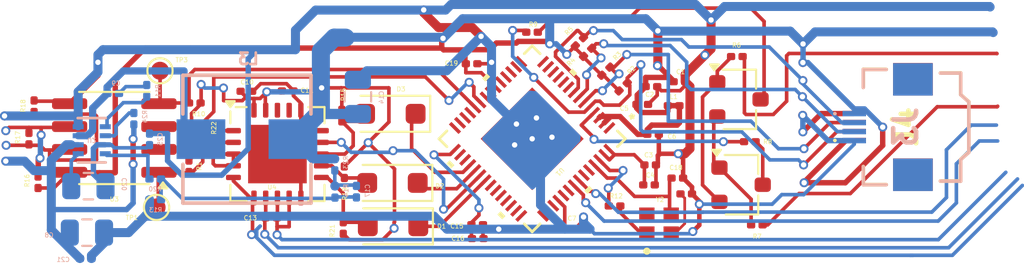
<source format=kicad_pcb>
(kicad_pcb (version 20240108) (generator "pcbnew") (generator_version "8.0")
  (layers (0 "F.Cu" signal) (31 "B.Cu" signal) (34 "B.Paste" user) (35 "F.Paste" user) (36 "B.SilkS" user "B.Silkscreen") (37 "F.SilkS" user "F.Silkscreen") (38 "B.Mask" user) (39 "F.Mask" user) (44 "Edge.Cuts" user))
  (net 0 "")
  (net 1 "/VDD3.3")
  (net 2 "GND")
  (net 3 "Net-(C12-Pad1)")
  (net 4 "/XTAL_N")
  (net 5 "Net-(C17-Pad2)")
  (net 7 "/SDA0")
  (net 8 "/GPIO0")
  (net 9 "/SCL1")
  (net 10 "/SDA1")
  (net 11 "Net-(Q1-Pad1)")
  (net 12 "Net-(Q1-Pad2)")
  (net 13 "Net-(Q1-Pad3)")
  (net 14 "Net-(Q2-Pad3)")
  (net 15 "/RX")
  (net 16 "/TX")
  (net 17 "A")
  (net 18 "B")
  (net 19 "Net-(R12-Pad1)")
  (net 20 "/XTAL_P")
  (net 21 "/DTR")
  (net 22 "/RTS")
  (net 23 "/CHIP_PU")
  (net 36 "/RX1")
  (net 48 "/TX1")
  (net 58 "Net-(C9-Pad1)")
  (net 59 "Net-(U2-SW)")
  (net 60 "Net-(U2-SS)")
  (net 61 "24V")
  (net 62 "Net-(U2-BST)")
  (net 63 "Net-(U2-FB)")
  (net 64 "Net-(C17-Pad1)")
  (net 65 "Net-(U2-PG)")
  (net 69 "/DE")
  (net 70 "/RTDN-")
  (net 73 "/RTDN+")
  (net 74 "/VDD SPI")
  (net 75 "Net-(D1-A)")
  (net 76 "Net-(D2-A)")
  (net 77 "/CS")
  (net 79 "Net-(D3-A)")
  (net 80 "/SCLK")
  (net 81 "/FORCE+")
  (net 82 "Net-(U4-ISENSOR)")
  (net 83 "Net-(U4-BIAS)")
  (net 84 "/MOSI")
  (net 86 "/MISO")
  (net 87 "Net-(U2-EN)")
  (footprint "Resistor_SMD:R_0201_0603Metric" (layer "F.Cu") (at 135.4 100.21 180)
    (property "Reference" "R6")
    (property "Value" "10k" (hide yes))
  )
  (footprint "Resistor_SMD:R_0201_0603Metric" (layer "F.Cu") (at 96.44 102.97 90)
    (property "Reference" "R18" (hide yes))
    (property "Value" "20k" (hide yes))
  )
  (footprint "Resistor_SMD:R_0201_0603Metric" (layer "F.Cu") (at 128.136048 101.023952 45)
    (property "Reference" "R3" (hide yes))
    (property "Value" "10k" (hide yes))
  )
  (footprint "Resistor_SMD:R_0201_0603Metric" (layer "F.Cu") (at 105.35 102.79 180)
    (property "Reference" "R10")
    (property "Value" "10K" (hide yes))
  )
  (footprint "Capacitor_SMD:C_0201_0603Metric" (layer "F.Cu") (at 132.1 106.96)
    (property "Reference" "C18" (hide yes))
    (property "Value" "0.1uF" (hide yes))
  )
  (footprint "Capacitor_SMD:C_0201_0603Metric" (layer "F.Cu") (at 108.21 102.14)
    (property "Reference" "C10")
    (property "Value" "0.1uF" (hide yes))
  )
  (footprint "Capacitor_SMD:C_0201_0603Metric" (layer "F.Cu") (at 130.755 104.53)
    (property "Reference" "C6" (hide yes))
    (property "Value" "0.1uF" (hide yes))
  )
  (footprint "digikey-footprints:ESP32 S3FN8_7X7_EXP-" (layer "F.Cu") (at 124.052739 104.779694 -135)
    (property "Reference" "U1")
    (property "Value" "ESP32-S3FN8" (hide yes))
  )
  (footprint "Capacitor_SMD:C_0201_0603Metric" (layer "F.Cu") (at 126.14 109.82)
    (property "Reference" "C7" (hide yes))
    (property "Value" "0.1uF" (hide yes))
  )
  (footprint "Diode_SMD:D_SOD-123F" (layer "F.Cu") (at 116.3075 107.23 180)
    (property "Reference" "D2")
    (property "Value" "1N4148W" (hide yes))
  )
  (footprint "Package_TO_SOT_SMD:SC-59" (layer "F.Cu") (at 135.515 102.59)
    (property "Reference" "Q2" (hide yes))
    (property "Value" "L8050QLT1G" (hide yes))
  )
  (footprint "Capacitor_SMD:C_0201_0603Metric" (layer "F.Cu") (at 130.155 102.87)
    (property "Reference" "C5" (hide yes))
    (property "Value" "0.1uF" (hide yes))
  )
  (footprint "Capacitor_SMD:C_0201_0603Metric" (layer "F.Cu") (at 130.665 101.88)
    (property "Reference" "C2" (hide yes))
    (property "Value" "1uF" (hide yes))
  )
  (footprint "Package_SO:SOIC-8_3.9x4.9mm_P1.27mm" (layer "F.Cu") (at 100.885 104.735 180)
    (property "Reference" "U3")
    (property "Value" "THVD1420D" (hide yes))
  )
  (footprint "digikey-footprints:XTAL_ECS-400-10-37B2-CKM-TR" (layer "F.Cu") (at 131.085 109.495)
    (property "Reference" "Y2")
    (property "Value" "ECS-400-10-37B2-CKM-TR" (hide yes))
  )
  (footprint "Package_DFN_QFN:TQFN-20-1EP_5x5mm_P0.65mm_EP3.25x3.25mm" (layer "F.Cu") (at 109.93 105.6275)
    (property "Reference" "U4")
    (property "Value" "MAX31865xTP" (hide yes))
  )
  (footprint "Resistor_SMD:R_0201_0603Metric" (layer "F.Cu") (at 129.096048 101.893952 45)
    (property "Reference" "R2" (hide yes))
    (property "Value" "10k" (hide yes))
  )
  (footprint "Resistor_SMD:R_0201_0603Metric" (layer "F.Cu") (at 96.66 107.192776 90)
    (property "Reference" "R16")
    (property "Value" "20k" (hide yes))
  )
  (footprint "Resistor_SMD:R_0201_0603Metric" (layer "F.Cu") (at 105.024724 106.305276 -90)
    (property "Reference" "R1")
    (property "Value" "10K" (hide yes))
  )
  (footprint "Capacitor_SMD:C_0201_0603Metric" (layer "F.Cu") (at 121.035 110.32)
    (property "Reference" "C16")
    (property "Value" "1uF" (hide yes))
  )
  (footprint "Resistor_SMD:R_0201_0603Metric" (layer "F.Cu") (at 106.37 105.265 -90)
    (property "Reference" "R22")
    (property "Value" "400R" (hide yes))
  )
  (footprint "Capacitor_SMD:C_0201_0603Metric" (layer "F.Cu") (at 110.5 102.12)
    (property "Reference" "C11")
    (property "Value" "0.1uF" (hide yes))
  )
  (footprint "Inductor_SMD:L_0201_0603Metric" (layer "F.Cu") (at 131.895 102.94)
    (property "Reference" "L1" (hide yes))
    (property "Value" "2.0nH" (hide yes))
  )
  (footprint "Capacitor_SMD:C_0201_0603Metric" (layer "F.Cu") (at 109.585 109.17)
    (property "Reference" "C13")
    (property "Value" "10uF" (hide yes))
  )
  (footprint "Resistor_SMD:R_0201_0603Metric" (layer "F.Cu") (at 96.154724 104.77 -90)
    (property "Reference" "R17" (hide yes))
    (property "Value" "120R" (hide yes))
  )
  (footprint "Capacitor_SMD:C_0201_0603Metric" (layer "F.Cu") (at 121.005 109.55)
    (property "Reference" "C15")
    (property "Value" "0.1uF" (hide yes))
  )
  (footprint "Resistor_SMD:R_0201_0603Metric" (layer "F.Cu") (at 128.62 108.51 180)
    (property "Reference" "R12" (hide yes))
    (property "Value" "22R" (hide yes))
  )
  (footprint "KiCad:FFC2B3504T" (layer "F.Cu") (at 145.085 104.12 90)
    (property "Reference" "J4")
    (property "Value" "FFC2B35-04-T" (hide yes))
  )
  (footprint "Resistor_SMD:R_0201_0603Metric" (layer "F.Cu") (at 113.5 103.49 -90)
    (property "Reference" "R15")
    (property "Value" "10k" (hide yes))
  )
  (footprint "TestPoint:TestPoint_Pad_D1.0mm" (layer "F.Cu") (at 103.42 101)
    (property "Reference" "TP3")
    (property "Value" "TestPoint" (hide yes))
  )
  (footprint "Resistor_SMD:R_0201_0603Metric" (layer "F.Cu") (at 136.12 104.94 180)
    (property "Reference" "R8")
    (property "Value" "0R" (hide yes))
  )
  (footprint "Resistor_SMD:R_0201_0603Metric" (layer "F.Cu") (at 113.64 106.635 -90)
    (property "Reference" "R19")
    (property "Value" "10k" (hide yes))
  )
  (footprint "TestPoint:TestPoint_Pad_D1.0mm" (layer "F.Cu") (at 103.23 108.59)
    (property "Reference" "TP1")
    (property "Value" "TestPoint" (hide yes))
  )
  (footprint "Diode_SMD:D_SOD-123F" (layer "F.Cu") (at 116.19 103.39 180)
    (property "Reference" "D3")
    (property "Value" "1N4148W" (hide yes))
  )
  (footprint "Resistor_SMD:R_0201_0603Metric" (layer "F.Cu") (at 126.67 99.39 45)
    (property "Reference" "R5" (hide yes))
    (property "Value" "10k" (hide yes))
  )
  (footprint "Package_TO_SOT_SMD:SC-59" (layer "F.Cu") (at 135.635 107.33)
    (property "Reference" "Q1" (hide yes))
    (property "Value" "L8050QLT1G" (hide yes))
  )
  (footprint "Diode_SMD:D_SOD-123F" (layer "F.Cu") (at 116.34 109.64 180)
    (property "Reference" "D1")
    (property "Value" "1N4148W" (hide yes))
  )
  (footprint "Resistor_SMD:R_0201_0603Metric" (layer "F.Cu") (at 113.58 109.735 90)
    (property "Reference" "R21")
    (property "Value" "10k" (hide yes))
  )
  (footprint "Capacitor_SMD:C_0201_0603Metric" (layer "F.Cu") (at 132.215 101.61)
    (property "Reference" "C1" (hide yes))
    (property "Value" "10uF" (hide yes))
  )
  (footprint "Resistor_SMD:R_0201_0603Metric" (layer "F.Cu") (at 127.126048 99.973952 45)
    (property "Reference" "R4" (hide yes))
    (property "Value" "10k" (hide yes))
  )
  (footprint "Capacitor_SMD:C_0201_0603Metric" (layer "F.Cu") (at 130.53 107.34)
    (property "Reference" "C4" (hide yes))
    (property "Value" "10uF" (hide yes))
  )
  (footprint "Resistor_SMD:R_0201_0603Metric" (layer "F.Cu") (at 124.045 98.86 180)
    (property "Reference" "R9" (hide yes))
    (property "Value" "0R" (hide yes))
  )
  (footprint "Resistor_SMD:R_0201_0603Metric" (layer "F.Cu") (at 136.51 109.56 180)
    (property "Reference" "R7")
    (property "Value" "10k" (hide yes))
  )
  (footprint "Capacitor_SMD:C_0201_0603Metric" (layer "F.Cu") (at 130.595 106.23)
    (property "Reference" "C3" (hide yes))
    (property "Value" "1uF" (hide yes))
  )
  (footprint "Capacitor_SMD:C_0201_0603Metric" (layer "F.Cu") (at 120.695 100.61)
    (property "Reference" "C19" (hide yes))
    (property "Value" "0.1uF" (hide yes))
  )
  (footprint "Capacitor_SMD:C_0201_0603Metric" (layer "F.Cu") (at 132.595 107.84)
    (property "Reference" "C12" (hide yes))
    (property "Value" "0.1uF" (hide yes))
  )
  (footprint "Capacitor_SMD:C_0805_2012Metric" (layer "B.Cu") (at 114.39 102.45 90)
    (property "Reference" "C14")
    (property "Value" "44µF" (hide yes))
  )
  (footprint "Resistor_SMD:R_0201_0603Metric" (layer "B.Cu") (at 102.685 102.11 90)
    (property "Reference" "R11")
    (property "Value" "20R" (hide yes))
  )
  (footprint "Resistor_SMD:R_0201_0603Metric" (layer "B.Cu") (at 101.97 103.665 90)
    (property "Reference" "R24")
    (property "Value" "604K" (hide yes))
  )
  (footprint "HCI:WE-HCI_7050" (layer "B.Cu") (at 108.24 104.8 180)
    (property "Reference" "L3")
    (property "Value" "3.3µH" (hide yes))
  )
  (footprint "Resistor_SMD:R_0201_0603Metric" (layer "B.Cu") (at 113.12 107.725 90)
    (property "Reference" "R14")
    (property "Value" "40.2K" (hide yes))
  )
  (footprint "KiCad:FFC2B3504T" (layer "B.Cu") (at 145.085 104.13 -90)
    (property "Reference" "J3")
    (property "Value" "FFC2B35-04-T" (hide yes))
  )
  (footprint "Capacitor_SMD:C_0201_0603Metric" (layer "B.Cu") (at 99.3 111.43)
    (property "Reference" "C21")
    (property "Value" "0.1uF" (hide yes))
  )
  (footprint "Capacitor_SMD:C_0201_0603Metric" (layer "B.Cu") (at 100.8275 102.26 180)
    (property "Reference" "C9")
    (property "Value" "1uF")
  )
  (footprint "Capacitor_SMD:C_0201_0603Metric" (layer "B.Cu") (at 114.31 107.715 90)
    (property "Reference" "C17")
    (property "Value" "10pF" (hide yes))
  )
  (footprint "Resistor_SMD:R_0201_0603Metric" (layer "B.Cu") (at 113.11 106.215 -90)
    (property "Reference" "R23")
    (property "Value" "10R" (hide yes))
  )
  (footprint "Resistor_SMD:R_0201_0603Metric" (layer "B.Cu") (at 103.1575 107.01)
    (property "Reference" "R20")
    (property "Value" "20K" (hide yes))
  )
  (footprint "Resistor_SMD:R_0201_0603Metric" (layer "B.Cu") (at 103.1575 108.16)
    (property "Reference" "R13")
    (property "Value" "13K" (hide yes))
  )
  (footprint "Capacitor_SMD:C_0805_2012Metric" (layer "B.Cu") (at 99.37 109.99)
    (property "Reference" "C8")
    (property "Value" "22uF" (hide yes))
  )
  (footprint "Capacitor_SMD:C_0805_2012Metric" (layer "B.Cu") (at 99.45 107.41 180)
    (property "Reference" "C20")
    (property "Value" "1nF" (hide yes))
  )
  (footprint "Capacitor_SMD:C_0201_0603Metric" (layer "B.Cu") (at 102.84 104.81 90)
    (property "Reference" "C25")
    (property "Value" "6.8nF" (hide yes))
  )
  (footprint "footprints12:SOT583_MP2393" (layer "B.Cu") (at 99.6343 104.860001)
    (property "Reference" "U2")
    (property "Value" "MP2393GTL-P" (hide yes))
  )
  (segment (start 131.02 100.695) (end 131 100.715) (width 0.3) (layer "F.Cu") (net 1))
  (segment (start 120.375 99.915) (end 120.37 99.91) (width 0.2) (layer "F.Cu") (net 1))
  (segment (start 108.97 102.54) (end 109.34 102.17) (width 0.2) (layer "F.Cu") (net 1))
  (segment (start 125.025 99.505) (end 124.89 99.37) (width 0.3) (layer "F.Cu") (net 1))
  (segment (start 119.04 99.27) (end 119.04 99.74) (width 0.3) (layer "F.Cu") (net 1))
  (segment (start 100.94 101.4) (end 100.94 106.66) (width 0.3) (layer "F.Cu") (net 1))
  (segment (start 131.575 102.94) (end 132.215 102.94) (width 0.3) (layer "F.Cu") (net 1))
  (segment (start 108.186482 102.453518) (end 108.272964 102.54) (width 0.2) (layer "F.Cu") (net 1))
  (segment (start 128.919665 103.539665) (end 129.91 104.53) (width 0.3) (layer "F.Cu") (net 1))
  (segment (start 126.899774 100.240226) (end 127.909774 101.250226) (width 0.2) (layer "F.Cu") (net 1))
  (segment (start 125.97 100.09) (end 126.443726 99.616274) (width 0.2) (layer "F.Cu") (net 1))
  (segment (start 129.88 102.345) (end 129.88 102.695) (width 0.3) (layer "F.Cu") (net 1))
  (segment (start 130.68 104.02) (end 132.09 104.02) (width 0.3) (layer "F.Cu") (net 1))
  (segment (start 130.275 106.23) (end 130.275 107.275) (width 0.2) (layer "F.Cu") (net 1))
  (segment (start 115.76 110.39) (end 113.915 110.39) (width 0.2) (layer "F.Cu") (net 1))
  (segment (start 126.443726 99.744178) (end 126.899774 100.200226) (width 0.2) (layer "F.Cu") (net 1))
  (segment (start 139.13 107.22) (end 139.13 107.185) (width 0.3) (layer "F.Cu") (net 1))
  (segment (start 127.838351 103.539665) (end 128.919665 103.539665) (width 0.3) (layer "F.Cu") (net 1))
  (segment (start 127.909774 101.250226) (end 127.999774 101.250226) (width 0.2) (layer "F.Cu") (net 1))
  (segment (start 113.915 110.39) (end 113.58 110.055) (width 0.2) (layer "F.Cu") (net 1))
  (segment (start 125.858453 109.781547) (end 125.858453 108.565307) (width 0.2) (layer "F.Cu") (net 1))
  (segment (start 120.45 99.83) (end 120.37 99.91) (width 0.3) (layer "F.Cu") (net 1))
  (segment (start 100.905 106.665) (end 100.07 106.665) (width 0.3) (layer "F.Cu") (net 1))
  (segment (start 143.485 105.15) (end 143.485 104.13) (width 0.3) (layer "F.Cu") (net 1))
  (segment (start 114.9625 104.9925) (end 113.64 106.315) (width 0.2) (layer "F.Cu") (net 1))
  (segment (start 129.84 103.074999) (end 130.085001 103.32) (width 0.3) (layer "F.Cu") (net 1))
  (segment (start 105.17 105.84) (end 105.024724 105.985276) (width 0.2) (layer "F.Cu") (net 1))
  (segment (start 127.999774 101.250226) (end 128.869774 102.120226) (width 0.2) (layer "F.Cu") (net 1))
  (segment (start 100.91 106.66) (end 100.905 106.665) (width 0.2) (layer "F.Cu") (net 1))
  (segment (start 105.67 102.87) (end 105.17 103.37) (width 0.2) (layer "F.Cu") (net 1))
  (segment (start 132.215 103.895) (end 132.215 102.94) (width 0.3) (layer "F.Cu") (net 1))
  (segment (start 105.67 102.79) (end 105.67 102.87) (width 0.2) (layer "F.Cu") (net 1))
  (segment (start 131.575 103.231544) (end 131.575 102.94) (width 0.3) (layer "F.Cu") (net 1))
  (segment (start 131.895 101.57) (end 131.895 101.61) (width 0.3) (layer "F.Cu") (net 1))
  (segment (start 130.67 104.03) (end 130.68 104.02) (width 0.2) (layer "F.Cu") (net 1))
  (segment (start 98.22 106.76) (end 98.31 106.67) (width 0.2) (layer "F.Cu") (net 1))
  (segment (start 119.04 99.74) (end 119.14 99.84) (width 0.3) (layer "F.Cu") (net 1))
  (segment (start 108.63 102.54) (end 108.97 102.54) (width 0.2) (layer "F.Cu") (net 1))
  (segment (start 128.049591 103.894113) (end 128.404039 103.539665) (width 0.3) (layer "F.Cu") (net 1))
  (segment (start 123.177107 99.46) (end 122.067106 99.46) (width 0.3) (layer "F.Cu") (net 1))
  (segment (start 120.375 100.61) (end 120.375 99.915) (width 0.2) (layer "F.Cu") (net 1))
  (segment (start 105.7 102.76) (end 105.67 102.79) (width 0.2) (layer "F.Cu") (net 1))
  (segment (start 108.186482 102.453518) (end 107.98 102.66) (width 0.2) (layer "F.Cu") (net 1))
  (segment (start 132.09 104.02) (end 132.215 103.895) (width 0.3) (layer "F.Cu") (net 1))
  (segment (start 126.899774 100.089774) (end 126.899774 100.200226) (width 0.2) (layer "F.Cu") (net 1))
  (segment (start 129.710275 105.665275) (end 128.615275 105.665275) (width 0.2) (layer "F.Cu") (net 1))
  (segment (start 116.11 103.845) (end 116.11 101.96) (width 0.2) (layer "F.Cu") (net 1))
  (segment (start 108.63 103.19) (end 108.63 102.54) (width 0.2) (layer "F.Cu") (net 1))
  (segment (start 125.858453 108.565307) (end 125.504005 108.210859) (width 0.2) (layer "F.Cu") (net 1))
  (segment (start 105.17 103.37) (end 105.17 105.84) (width 0.2) (layer "F.Cu") (net 1))
  (segment (start 100.07 106.665) (end 98.375 106.665) (width 0.3) (layer "F.Cu") (net 1))
  (segment (start 107.91 102.17) (end 107.91 102.177036) (width 0.2) (layer "F.Cu") (net 1))
  (segment (start 122.035786 101.914214) (end 121.231572 101.11) (width 0.2) (layer "F.Cu") (net 1))
  (segment (start 120.375 101.105) (end 120.375 100.61) (width 0.2) (layer "F.Cu") (net 1))
  (segment (start 128.324316 105.94) (end 128.049591 105.665275) (width 0.2) (layer "F.Cu") (net 1))
  (segment (start 122.067106 99.46) (end 121.697106 99.83) (width 0.3) (layer "F.Cu") (net 1))
  (segment (start 130.345 101.37) (end 130.345 101.88) (width 0.3) (layer "F.Cu") (net 1))
  (segment (start 119.14 99.84) (end 120.3 99.84) (width 0.3) (layer "F.Cu") (net 1))
  (segment (start 107.91 102.177036) (end 108.186482 102.453518) (width 0.2) (layer "F.Cu") (net 1))
  (segment (start 126.899774 100.200226) (end 126.899774 100.240226) (width 0.2) (layer "F.Cu") (net 1))
  (segment (start 109.26 103.17) (end 109.28 103.19) (width 0.2) (layer "F.Cu") (net 1))
  (segment (start 114.9625 104.9925) (end 116.11 103.845) (width 0.2) (layer "F.Cu") (net 1))
  (segment (start 126.443726 99.616274) (end 126.443726 99.744178) (width 0.3) (layer "F.Cu") (net 1))
  (segment (start 116.42 106.45) (end 114.9625 104.9925) (width 0.2) (layer "F.Cu") (net 1))
  (segment (start 105.024724 105.985276) (end 104.999448 105.96) (width 0.2) (layer "F.Cu") (net 1))
  (segment (start 100.94 106.66) (end 100.91 106.66) (width 0.2) (layer "F.Cu") (net 1))
  (segment (start 110.13 102.17) (end 110.18 102.12) (width 0.3) (layer "F.Cu") (net 1))
  (segment (start 113.5 103.17) (end 113.5 101.99) (width 0.2) (layer "F.Cu") (net 1))
  (segment (start 116.4 109.75) (end 115.76 110.39) (width 0.2) (layer "F.Cu") (net 1))
  (segment (start 102.6 99.74) (end 100.94 101.4) (width 0.3) (layer "F.Cu") (net 1))
  (segment (start 119.04 99.74) (end 105.104724 99.74) (width 0.3) (layer "F.Cu") (net 1))
  (segment (start 109.26 102.25) (end 109.26 103.17) (width 0.2) (layer "F.Cu") (net 1))
  (segment (start 121.697106 99.83) (end 120.45 99.83) (width 0.3) (layer "F.Cu") (net 1))
  (segment (start 116.1 101.95) (end 113.46 101.95) (width 0.2) (layer "F.Cu") (net 1))
  (segment (start 127.766747 103.611269) (end 127.838351 103.539665) (width 0.3) (layer "F.Cu") (net 1))
  (segment (start 130.085001 103.32) (end 131.486544 103.32) (width 0.3) (layer "F.Cu") (net 1))
  (segment (start 130.345 101.88) (end 129.88 102.345) (width 0.3) (layer "F.Cu") (net 1))
  (segment (start 96.66 107.512776) (end 97.537224 107.512776) (width 0.2) (layer "F.Cu") (net 1))
  (segment (start 139.13 107.185) (end 141.435 104.88) (width 0.3) (layer "F.Cu") (net 1))
  (segment (start 116.42 109.403324) (end 116.42 106.45) (width 0.2) (layer "F.Cu") (net 1))
  (segment (start 131.02 98.78) (end 131.02 100.695) (width 0.5) (layer "F.Cu") (net 1))
  (segment (start 131.02 100.695) (end 131.895 101.57) (width 0.3) (layer "F.Cu") (net 1))
  (segment (start 130.435 104.53) (end 130.435 104.265) (width 0.3) (layer "F.Cu") (net 1))
  (segment (start 120.38 101.11) (end 120.375 101.105) (width 0.2) (layer "F.Cu") (net 1))
  (segment (start 109.34 102.17) (end 109.26 102.25) (width 0.2) (layer "F.Cu") (net 1))
  (segment (start 116.4 109.423324) (end 116.42 109.403324) (width 0.2) (layer "F.Cu") (net 1))
  (segment (start 131.895 101.61) (end 131.655 101.37) (width 0.15) (layer "F.Cu") (net 1))
  (segment (start 97.537224 107.512776) (end 98.41 106.64) (width 0.2) (layer "F.Cu") (net 1))
  (segment (start 107.98 102.66) (end 106.95 102.66) (width 0.2) (layer "F.Cu") (net 1))
  (segment (start 128.34055 105.94) (end 128.324316 105.94) (width 0.2) (layer "F.Cu") (net 1))
  (segment (start 113.46 101.95) (end 112.38 101.95) (width 0.2) (layer "F.Cu") (net 1))
  (segment (start 141.435 104.88) (end 141.91 104.88) (width 0.3) (layer "F.Cu") (net 1))
  (segment (start 113.5 101.99) (end 113.46 101.95) (width 0.2) (layer "F.Cu") (net 1))
  (segment (start 106.95 101.97) (end 106.94 101.96) (width 0.2) (layer "F.Cu") (net 1))
  (segment (start 105.7 101.76) (end 105.7 102.76) (width 0.2) (layer "F.Cu") (net 1))
  (segment (start 131.655 101.37) (end 130.345 101.37) (width 0.3) (layer "F.Cu") (net 1))
  (segment (start 131 100.715) (end 131.04 100.755) (width 0.15) (layer "F.Cu") (net 1))
  (segment (start 130.275 107.275) (end 130.21 107.34) (width 0.2) (layer "F.Cu") (net 1))
  (segment (start 108.272964 102.54) (end 108.63 102.54) (width 0.2) (layer "F.Cu") (net 1))
  (segment (start 116.11 101.96) (end 116.1 101.95) (width 0.2) (layer "F.Cu") (net 1))
  (segment (start 125.82 109.82) (end 125.858453 109.781547) (width 0.2) (layer "F.Cu") (net 1))
  (segment (start 120.3 99.84) (end 120.37 99.91) (width 0.3) (layer "F.Cu") (net 1))
  (segment (start 129.91 104.53) (end 130.435 104.53) (width 0.3) (layer "F.Cu") (net 1))
  (segment (start 116.4 109.75) (end 116.4 109.423324) (width 0.2) (layer "F.Cu") (net 1))
  (segment (start 100.965276 105.96) (end 100.94 105.985276) (width 0.2) (layer "F.Cu") (net 1))
  (segment (start 105.104724 99.74) (end 102.6 99.74) (width 0.3) (layer "F.Cu") (net 1))
  (segment (start 130.435 104.265) (end 130.68 104.02) (width 0.3) (layer "F.Cu") (net 1))
  (segment (start 109.34 102.17) (end 110.13 102.17) (width 0.2) (layer "F.Cu") (net 1))
  (segment (start 139.13 107.22) (end 141.415 107.22) (width 0.3) (layer "F.Cu") (net 1))
  (segment (start 124.89 99.37) (end 123.267107 99.37) (width 0.3) (layer "F.Cu") (net 1))
  (segment (start 131.486544 103.32) (end 131.575 103.231544) (width 0.3) (layer "F.Cu") (net 1))
  (segment (start 106.95 102.66) (end 106.95 101.97) (width 0.2) (layer "F.Cu") (net 1))
  (segment (start 121.231572 101.11) (end 120.38 101.11) (width 0.2) (layer "F.Cu") (net 1))
  (segment (start 128.615275 105.665275) (end 128.34055 105.94) (width 0.2) (layer "F.Cu") (net 1))
  (segment (start 141.415 107.22) (end 143.485 105.15) (width 0.3) (layer "F.Cu") (net 1))
  (segment (start 123.267107 99.37) (end 123.177107 99.46) (width 0.3) (layer "F.Cu") (net 1))
  (segment (start 130.275 106.23) (end 129.710275 105.665275) (width 0.2) (layer "F.Cu") (net 1))
  (segment (start 119.11 99.2) (end 119.04 99.27) (width 0.3) (layer "F.Cu") (net 1))
  (via (at 139.06 100.545) (size 0.5) (drill 0.3) (layers "F.Cu" "B.Cu") (net 1))
  (via (at 114.9625 104.9925) (size 0.5) (drill 0.3) (layers "F.Cu" "B.Cu") (net 1))
  (via (at 116.4 109.75) (size 0.5) (drill 0.3) (layers "F.Cu" "B.Cu") (net 1))
  (via (at 109.34 102.17) (size 0.5) (drill 0.3) (layers "F.Cu" "B.Cu") (net 1))
  (via (at 131 100.715) (size 0.5) (drill 0.3) (layers "F.Cu" "B.Cu") (net 1))
  (via (at 106.94 101.96) (size 0.5) (drill 0.3) (layers "F.Cu" "B.Cu") (net 1))
  (via (at 139.07 99.51) (size 0.5) (drill 0.3) (layers "F.Cu" "B.Cu") (net 1))
  (via (at 119.11 99.2) (size 0.5) (drill 0.3) (layers "F.Cu" "B.Cu") (net 1))
  (via (at 143.485 104.13) (size 0.5) (drill 0.3) (layers "F.Cu" "B.Cu") (net 1))
  (via (at 125.025 99.505) (size 0.5) (drill 0.3) (layers "F.Cu" "B.Cu") (net 1))
  (via (at 131.02 98.78) (size 0.5) (drill 0.3) (layers "F.Cu" "B.Cu") (net 1))
  (via (at 125.97 100.09) (size 0.5) (drill 0.3) (layers "F.Cu" "B.Cu") (net 1))
  (via (at 139.13 107.22) (size 0.5) (drill 0.3) (layers "F.Cu" "B.Cu") (net 1))
  (via (at 105.7 101.76) (size 0.5) (drill 0.3) (layers "F.Cu" "B.Cu") (net 1))
  (via (at 112.38 101.95) (size 0.5) (drill 0.3) (layers "F.Cu" "B.Cu") (net 1))
  (segment (start 113.08 99.16) (end 113.71 99.16) (width 1) (layer "B.Cu") (net 1))
  (segment (start 114.39 103.4) (end 112.49 103.4) (width 0.57) (layer "B.Cu") (net 1))
  (segment (start 106.94 101.96) (end 105.9 101.96) (width 0.2) (layer "B.Cu") (net 1))
  (segment (start 139.12 100.485) (end 139.06 100.545) (width 0.2) (layer "B.Cu") (net 1))
  (segment (start 125.025 99.505) (end 125.025 98.125) (width 0.5) (layer "B.Cu") (net 1))
  (segment (start 139.74 98.84) (end 149.57 98.84) (width 0.5) (layer "B.Cu") (net 1))
  (segment (start 139.335 100.545) (end 141.91 103.12) (width 0.3) (layer "B.Cu") (net 1))
  (segment (start 111.885 105.895) (end 110.79 104.8) (width 0.5) (layer "B.Cu") (net 1))
  (segment (start 131.02 98.78) (end 130.35 98.11) (width 0.5) (layer "B.Cu") (net 1))
  (segment (start 131.04 98.8) (end 131.02 98.78) (width 0.5) (layer "B.Cu") (net 1))
  (segment (start 139.07 99.51) (end 139.07 100.435) (width 0.3) (layer "B.Cu") (net 1))
  (segment (start 110.79 104.8) (end 110.79 104.86) (width 0.3) (layer "B.Cu") (net 1))
  (segment (start 119.05 99.14) (end 113.78 99.14) (width 0.5) (layer "B.Cu") (net 1))
  (segment (start 112.34 99.9) (end 113.08 99.16) (width 1) (layer "B.Cu") (net 1))
  (segment (start 138.36 98.8) (end 131.04 98.8) (width 0.5) (layer "B.Cu") (net 1))
  (segment (start 113.11 105.895) (end 111.885 105.895) (width 0.5) (layer "B.Cu") (net 1))
  (segment (start 112.49 103.4) (end 112.34 103.25) (width 0.57) (layer "B.Cu") (net 1))
  (segment (start 139.07 99.51) (end 138.36 98.8) (width 0.5) (layer "B.Cu") (net 1))
  (segment (start 125.385 99.505) (end 125.97 100.09) (width 0.3) (layer "B.Cu") (net 1))
  (segment (start 142.475 103.12) (end 141.91 103.12) (width 0.3) (layer "B.Cu") (net 1))
  (segment (start 120.2 98.11) (end 119.11 99.2) (width 0.5) (layer "B.Cu") (net 1))
  (segment (start 112.34 103.25) (end 110.79 104.8) (width 1) (layer "B.Cu") (net 1))
  (segment (start 139.07 99.51) (end 139.06 99.5) (width 0.5) (layer "B.Cu") (net 1))
  (segment (start 112.34 99.9) (end 112.34 103.25) (width 1) (layer "B.Cu") (net 1))
  (segment (start 125.025 99.505) (end 125.385 99.505) (width 0.3) (layer "B.Cu") (net 1))
  (segment (start 149.57 98.84) (end 149.61 98.88) (width 0.5) (layer "B.Cu") (net 1))
  (segment (start 143.485 104.13) (end 142.475 103.12) (width 0.3) (layer "B.Cu") (net 1))
  (segment (start 139.07 100.435) (end 139.12 100.485) (width 0.3) (layer "B.Cu") (net 1))
  (segment (start 139.07 99.51) (end 139.74 98.84) (width 0.5) (layer "B.Cu") (net 1))
  (segment (start 112.16 102.17) (end 109.34 102.17) (width 0.3) (layer "B.Cu") (net 1))
  (segment (start 110.79 104.86) (end 110.865 104.86) (width 0.2) (layer "B.Cu") (net 1))
  (segment (start 130.35 98.11) (end 120.2 98.11) (width 0.5) (layer "B.Cu") (net 1))
  (segment (start 110.79 104.8) (end 111.53 104.8) (width 1) (layer "B.Cu") (net 1))
  (segment (start 105.9 101.96) (end 105.7 101.76) (width 0.2) (layer "B.Cu") (net 1))
  (segment (start 139.06 100.545) (end 139.335 100.545) (width 0.3) (layer "B.Cu") (net 1))
  (segment (start 112.38 101.95) (end 112.16 102.17) (width 0.3) (layer "B.Cu") (net 1))
  (segment (start 130.915 107.275) (end 130.85 107.34) (width 0.2) (layer "F.Cu") (net 2))
  (segment (start 133.32 109.57) (end 133.32 108.41) (width 0.25) (layer "F.Cu") (net 2))
  (segment (start 118.861471 98.6) (end 120.73 98.6) (width 0.5) (layer "F.Cu") (net 2))
  (segment (start 131.075 105.645) (end 131.075 104.53) (width 0.25) (layer "F.Cu") (net 2))
  (segment (start 132.42 105.88) (end 132.42 106.96) (width 0.25) (layer "F.Cu") (net 2))
  (segment (start 111.23 108.065) (end 111.23 102.8) (width 0.2) (layer "F.Cu") (net 2))
  (segment (start 126.9 109.38) (end 126.46 109.82) (width 0.3) (layer "F.Cu") (net 2))
  (segment (start 132.15 105.61) (end 132.42 105.88) (width 0.25) (layer "F.Cu") (net 2))
  (segment (start 133.97 98.18) (end 133.97 99.79) (width 0.5) (layer "F.Cu") (net 2))
  (segment (start 98.31 102.86) (end 98.28 102.83) (width 0.2) (layer "F.Cu") (net 2))
  (segment (start 133.97 99.79) (end 133.63 100.13) (width 0.5) (layer "F.Cu") (net 2))
  (segment (start 110.82 102.102964) (end 110.82 102.12) (width 0.2) (layer "F.Cu") (net 2))
  (segment (start 109 101.72) (end 110.437036 101.72) (width 0.2) (layer "F.Cu") (net 2))
  (segment (start 132.915 107.455) (end 132.42 106.96) (width 0.25) (layer "F.Cu") (net 2))
  (segment (start 118.04 97.62) (end 118.04 97.778529) (width 0.5) (layer "F.Cu") (net 2))
  (segment (start 120.73 98.6) (end 121.22 99.09) (width 0.5) (layer "F.Cu") (net 2))
  (segment (start 130.985 101.88) (end 131.212036 102.107036) (width 0.2) (layer "F.Cu") (net 2))
  (segment (start 131.02 105.7) (end 131.075 105.645) (width 0.25) (layer "F.Cu") (net 2))
  (segment (start 110.82 102.39) (end 110.82 102.12) (width 0.2) (layer "F.Cu") (net 2))
  (segment (start 126.9 109.12) (end 126.9 109.38) (width 0.3) (layer "F.Cu") (net 2))
  (segment (start 132.8 101.875) (end 132.645 101.72) (width 0.5) (layer "F.Cu") (net 2))
  (segment (start 99.98 101.26) (end 98.41 102.83) (width 0.3) (layer "F.Cu") (net 2))
  (segment (start 132.535 101.825) (end 132.535 101.61) (width 0.2) (layer "F.Cu") (net 2))
  (segment (start 133.32 108.245) (end 132.915 107.84) (width 0.25) (layer "F.Cu") (net 2))
  (segment (start 99.98 100.53) (end 99.98 101.26) (width 0.3) (layer "F.Cu") (net 2))
  (segment (start 133.32 108.41) (end 133.32 108.245) (width 0.25) (layer "F.Cu") (net 2))
  (segment (start 110.437036 101.72) (end 110.82 102.102964) (width 0.2) (layer "F.Cu") (net 2))
  (segment (start 121.325 109.55) (end 121.325 110.29) (width 0.2) (layer "F.Cu") (net 2))
  (segment (start 131.02 106.125) (end 130.915 106.23) (width 0.25) (layer "F.Cu") (net 2))
  (segment (start 96.44 102.65) (end 96.48 102.69) (width 0.2) (layer "F.Cu") (net 2))
  (segment (start 139.06 104.395) (end 140.075 103.38) (width 0.3) (layer "F.Cu") (net 2))
  (segment (start 98.27 102.69) (end 98.41 102.83) (width 0.2) (layer "F.Cu") (net 2))
  (segment (start 132.915 107.84) (end 132.915 107.455) (width 0.25) (layer "F.Cu") (net 2))
  (segment (start 132.15 105.61) (end 132.52 105.61) (width 0.5) (layer "F.Cu") (net 2))
  (segment (start 121.72 100.61) (end 121.8 100.53) (width 0.2) (layer "F.Cu") (net 2))
  (segment (start 132.8 105.33) (end 132.8 101.875) (width 0.5) (layer "F.Cu") (net 2))
  (segment (start 118.04 97.778529) (end 118.861471 98.6) (width 0.5) (layer "F.Cu") (net 2))
  (segment (start 132.535 101.225) (end 133.63 100.13) (width 0.5) (layer "F.Cu") (net 2))
  (segment (start 112.3675 104.3275) (end 111.23 104.3275) (width 0.2) (layer "F.Cu") (net 2))
  (segment (start 122.14 109.86) (end 121.325 109.86) (width 0.2) (layer "F.Cu") (net 2))
  (segment (start 132.252964 102.107036) (end 132.535 101.825) (width 0.2) (layer "F.Cu") (net 2))
  (segment (start 130.475 102.87) (end 130.985 102.36) (width 0.2) (layer "F.Cu") (net 2))
  (segment (start 131.15 105.61) (end 131.02 105.74) (width 0.25) (layer "F.Cu") (net 2))
  (segment (start 111.23 102.8) (end 110.82 102.39) (width 0.2) (layer "F.Cu") (net 2))
  (segment (start 131.212036 102.107036) (end 132.252964 102.107036) (width 0.2) (layer "F.Cu") (net 2))
  (segment (start 132.96 109.93) (end 133.32 109.57) (width 0.25) (layer "F.Cu") (net 2))
  (segment (start 131.02 105.7) (end 131.02 106.125) (width 0.25) (layer "F.Cu") (net 2))
  (segment (start 121.325 110.29) (end 121.355 110.32) (width 0.2) (layer "F.Cu") (net 2))
  (segment (start 121.325 109.86) (end 121.325 109.55) (width 0.2) (layer "F.Cu") (net 2))
  (segment (start 132.15 105.61) (end 131.15 105.61) (width 0.25) (layer "F.Cu") (net 2))
  (segment (start 130.915 106.23) (end 130.915 107.275) (width 0.2) (layer "F.Cu") (net 2))
  (segment (start 130.985 102.36) (end 130.985 101.88) (width 0.2) (layer "F.Cu") (net 2))
  (segment (start 131 104.605) (end 131.075 104.53) (width 0.25) (layer "F.Cu") (net 2))
  (segment (start 140.075 103.38) (end 141.91 103.38) (width 0.3) (layer "F.Cu") (net 2))
  (segment (start 122.2 109.8) (end 122.14 109.86) (width 0.2) (layer "F.Cu") (net 2))
  (segment (start 132.535 101.61) (end 132.535 101.225) (width 0.5) (layer "F.Cu") (net 2))
  (segment (start 132.645 101.72) (end 132.535 101.61) (width 0.2) (layer "F.Cu") (net 2))
  (segment (start 111.23 104.3275) (end 109.93 105.6275) (width 0.2) (layer "F.Cu") (net 2))
  (segment (start 121.015 100.61) (end 121.72 100.61) (width 0.2) (layer "F.Cu") (net 2))
  (segment (start 96.48 102.69) (end 98.27 102.69) (width 0.2) (layer "F.Cu") (net 2))
  (segment (start 132.52 105.61) (end 132.8 105.33) (width 0.5) (layer "F.Cu") (net 2))
  (segment (start 108.55 102.17) (end 109 101.72) (width 0.2) (layer "F.Cu") (net 2))
  (via (at 133.97 98.18) (size 0.5) (drill 0.3) (layers "F.Cu" "B.Cu") (net 2))
  (via (at 122.2 109.8) (size 0.5) (drill 0.3) (layers "F.Cu" "B.Cu") (net 2))
  (via (at 132.15 105.61) (size 0.5) (drill 0.3) (layers "F.Cu" "B.Cu") (net 2))
  (via (at 121.22 99.09) (size 0.5) (drill 0.3) (layers "F.Cu" "B.Cu") (net 2))
  (via (at 133.32 108.41) (size 0.5) (drill 0.3) (layers "F.Cu" "B.Cu") (net 2))
  (via (at 124.29 103.62) (size 0.5) (drill 0.3) (layers "F.Cu" "B.Cu") (net 2))
  (via (at 99.98 100.53) (size 0.5) (drill 0.3) (layers "F.Cu" "B.Cu") (net 2))
  (via (at 118.04 97.62) (size 0.5) (drill 0.3) (layers "F.Cu" "B.Cu") (net 2))
  (via (at 124.052739 104.779694) (size 0.5) (drill 0.3) (layers "F.Cu" "B.Cu") (net 2))
  (via (at 133.63 100.13) (size 0.5) (drill 0.3) (layers "F.Cu" "B.Cu") (net 2))
  (via (at 94.8 103.51) (size 0.5) (drill 0.3) (layers "F.Cu" "B.Cu") (net 2))
  (via (at 132.96 109.93) (size 0.5) (drill 0.3) (layers "F.Cu" "B.Cu") (net 2))
  (via (at 126.9 109.12) (size 0.5) (drill 0.3) (layers "F.Cu" "B.Cu") (net 2))
  (via (at 139.05 103.475) (size 0.5) (drill 0.3) (layers "F.Cu" "B.Cu") (net 2))
  (via (at 123.18 103.96) (size 0.5) (drill 0.3) (layers "F.Cu" "B.Cu") (net 2))
  (via (at 139.06 104.395) (size 0.5) (drill 0.3) (layers "F.Cu" "B.Cu") (net 2))
  (via (at 125.15 104.69) (size 0.5) (drill 0.3) (layers "F.Cu" "B.Cu") (net 2))
  (via (at 123.08 105.12) (size 0.5) (drill 0.3) (layers "F.Cu" "B.Cu") (net 2))
  (via (at 121.8 100.53) (size 0.5) (drill 0.3) (layers "F.Cu" "B.Cu") (net 2))
  (segment (start 127.51 110.05) (end 127.26 109.8) (width 0.2) (layer "B.Cu") (net 2))
  (segment (start 141.91 105.076397) (end 141.91 104.88) (width 0.2) (layer "B.Cu") (net 2))
  (segment (start 125.15 105.03) (end 124.6 105.58) (width 0.3) (layer "B.Cu") (net 2))
  (segment (start 103.84 104.49) (end 102.84 104.49) (width 0.3) (layer "B.Cu") (net 2))
  (segment (start 103.84 106) (end 103.84 104.49) (width 0.3) (layer "B.Cu") (net 2))
  (segment (start 133.32 108.41) (end 137.36 108.41) (width 0.2) (layer "B.Cu") (net 2))
  (segment (start 133.97 98.18) (end 133.11 97.32) (width 0.5) (layer "B.Cu") (net 2))
  (segment (start 139.05 103.475) (end 139.06 103.485) (width 0.3) (layer "B.Cu") (net 2))
  (segment (start 123.18 103.96) (end 123.52 103.62) (width 0.3) (layer "B.Cu") (net 2))
  (segment (start 133.97 98.18) (end 134.72 97.43) (width 0.5) (layer "B.Cu") (net 2))
  (segment (start 124.515 108.446969) (end 124.515 105.241955) (width 0.5) (layer "B.Cu") (net 2))
  (segment (start 99.62 111.43) (end 99.62 111.26) (width 0.5) (layer "B.Cu") (net 2))
  (segment (start 98.885 102.165) (end 99.98 101.07) (width 0.5) (layer "B.Cu") (net 2))
  (segment (start 121.8 102.526955) (end 121.8 102.58) (width 0.3) (layer "B.Cu") (net 2))
  (segment (start 137.36 108.41) (end 137.89 107.88) (width 0.2) (layer "B.Cu") (net 2))
  (segment (start 125.15 104.29) (end 125.15 104.69) (width 0.3) (layer "B.Cu") (net 2))
  (segment (start 119.309938 101.000062) (end 121.22 99.09) (width 0.5) (layer "B.Cu") (net 2))
  (segment (start 102.67 109.08) (end 102.63 109.04) (width 0.5) (layer "B.Cu") (net 2))
  (segment (start 98.885 104.060001) (end 98.885 102.165) (width 0.5) (layer "B.Cu") (net 2))
  (segment (start 139.106397 107.88) (end 141.91 105.076397) (width 0.2) (layer "B.Cu") (net 2))
  (segment (start 100.32 109.99) (end 101.68 109.99) (width 0.5) (layer "B.Cu") (net 2))
  (segment (start 114.39 101.5) (end 114.889938 101.000062) (width 0.5) (layer "B.Cu") (net 2))
  (segment (start 125.15 104.69) (end 125.15 105.03) (width 0.3) (layer "B.Cu") (net 2))
  (segment (start 110.93 98.75) (end 110.93 99.83) (width 0.5) (layer "B.Cu") (net 2))
  (segment (start 125.868031 109.8) (end 124.515 108.446969) (width 0.5) (layer "B.Cu") (net 2))
  (segment (start 123.18 105.02) (end 123.08 105.12) (width 0.3) (layer "B.Cu") (net 2))
  (segment (start 121.8 99.67) (end 121.8 102.526955) (width 0.5) (layer "B.Cu") (net 2))
  (segment (start 119.25 97.63) (end 112.05 97.63) (width 0.5) (layer "B.Cu") (net 2))
  (segment (start 119.330761 109.8) (end 118.610761 109.08) (width 0.5) (layer "B.Cu") (net 2))
  (segment (start 108.64 100) (end 108.31 100.33) (width 0.3) (layer "B.Cu") (net 2))
  (segment (start 123.52 103.62) (end 124.29 103.62) (width 0.3) (layer "B.Cu") (net 2))
  (segment (start 124.052739 104.779694) (end 124.129694 104.779694) (width 0.3) (layer "B.Cu") (net 2))
  (segment (start 132.96 109.93) (end 132.84 110.05) (width 0.2) (layer "B.Cu") (net 2))
  (segment (start 132.84 110.05) (end 127.51 110.05) (width 0.2) (layer "B.Cu") (net 2))
  (segment (start 124.515 105.241955) (end 124.052739 104.779694) (width 0.5) (layer "B.Cu") (net 2))
  (segment (start 100.32 110.56) (end 100.32 109.99) (width 0.5) (layer "B.Cu") (net 2))
  (segment (start 101.68 109.99) (end 102.8375 108.8325) (width 0.5) (layer "B.Cu") (net 2))
  (segment (start 121.8 102.58) (end 123.18 103.96) (width 0.5) (layer "B.Cu") (net 2))
  (segment (start 139.05 103.475) (end 140.455 104.88) (width 0.3) (layer "B.Cu") (net 2))
  (segment (start 126.9 109.44) (end 127.26 109.8) (width 0.5) (layer "B.Cu") (net 2))
  (segment (start 127.26 109.8) (end 119.330761 109.8) (width 0.5) (layer "B.Cu") (net 2))
  (segment (start 100.26 99.83) (end 99.98 100.11) (width 0.5) (layer "B.Cu") (net 2))
  (segment (start 99.98 101.07) (end 99.98 100.53) (width 0.5) (layer "B.Cu") (net 2))
  (segment (start 104.64 106.8) (end 103.84 106) (width 0.3) (layer "B.Cu") (net 2))
  (segment (start 124.6 105.58) (end 123.54 105.58) (width 0.3) (layer "B.Cu") (net 2))
  (segment (start 108.31 100.33) (end 108.31 105.33) (width 0.3) (layer "B.Cu") (net 2))
  (segment (start 99.98 100.11) (end 99.98 100.53) (width 0.5) (layer "B.Cu") (net 2))
  (segment (start 94.8 103.51) (end 98.865 103.51) (width 0.5) (layer "B.Cu") (net 2))
  (segment (start 149.41 97.43) (end 149.44 97.46) (width 0.5) (layer "B.Cu") (net 2))
  (segment (start 133.11 97.32) (end 119.56 97.32) (width 0.5) (layer "B.Cu") (net 2))
  (segment (start 119.56 97.32) (end 119.25 97.63) (width 0.5) (layer "B.Cu") (net 2))
  (segment (start 123.54 105.58) (end 123.08 105.12) (width 0.3) (layer "B.Cu") (net 2))
  (segment (start 121.22 99.09) (end 121.8 99.67) (width 0.5) (layer "B.Cu") (net 2))
  (segment (start 126.9 109.12) (end 126.9 109.44) (width 0.5) (layer "B.Cu") (net 2))
  (segment (start 114.889938 101.000062) (end 119.309938 101.000062) (width 0.5) (layer "B.Cu") (net 2))
  (segment (start 98.865 103.51) (end 98.885 103.49) (width 0.3) (layer "B.Cu") (net 2))
  (segment (start 124.29 103.62) (end 124.48 103.62) (width 0.3) (layer "B.Cu") (net 2))
  (segment (start 112.05 97.63) (end 110.93 98.75) (width 0.5) (layer "B.Cu") (net 2))
  (segment (start 123.18 103.96) (end 123.18 105.02) (width 0.3) (layer "B.Cu") (net 2))
  (segment (start 108.31 105.33) (end 106.84 106.8) (width 0.3) (layer "B.Cu") (net 2))
  (segment (start 118.610761 109.08) (end 102.67 109.08) (width 0.5) (layer "B.Cu") (net 2))
  (segment (start 139.06 103.485) (end 139.06 104.395) (width 0.3) (layer "B.Cu") (net 2))
  (segment (start 134.72 97.43) (end 149.41 97.43) (width 0.5) (layer "B.Cu") (net 2))
  (segment (start 99.62 111.26) (end 100.32 110.56) (width 0.5) (layer "B.Cu") (net 2))
  (segment (start 106.84 106.8) (end 104.64 106.8) (width 0.3) (layer "B.Cu") (net 2))
  (segment (start 140.455 104.88) (end 141.91 104.88) (width 0.3) (layer "B.Cu") (net 2))
  (segment (start 102.8375 108.16) (end 102.8375 108.8325) (width 0.5) (layer "B.Cu") (net 2))
  (segment (start 102.63 109.04) (end 102.8375 108.8325) (width 0.5) (layer "B.Cu") (net 2))
  (segment (start 110.93 99.83) (end 100.26 99.83) (width 0.5) (layer "B.Cu") (net 2))
  (segment (start 137.89 107.88) (end 139.106397 107.88) (width 0.2) (layer "B.Cu") (net 2))
  (segment (start 124.48 103.62) (end 125.15 104.29) (width 0.3) (layer "B.Cu") (net 2))
  (segment (start 132.275 107.84) (end 132.51 108.075) (width 0.15) (layer "F.Cu") (net 3))
  (segment (start 132.51 109.49) (end 131.98 110.02) (width 0.15) (layer "F.Cu") (net 3))
  (segment (start 131.98 110.02) (end 131.76 110.02) (width 0.15) (layer "F.Cu") (net 3))
  (segment (start 132.51 108.075) (end 132.51 109.49) (width 0.15) (layer "F.Cu") (net 3))
  (segment (start 129.73 107.98) (end 128.71 106.96) (width 0.2) (layer "F.Cu") (net 4))
  (segment (start 128.212944 106.96) (end 127.483905 106.230961) (width 0.2) (layer "F.Cu") (net 4))
  (segment (start 131.67 107.07) (end 131.78 106.96) (width 0.2) (layer "F.Cu") (net 4))
  (segment (start 128.71 106.96) (end 128.212944 106.96) (width 0.2) (layer "F.Cu") (net 4))
  (segment (start 131.65 107.98) (end 129.73 107.98) (width 0.2) (layer "F.Cu") (net 4))
  (segment (start 131.67 108.88) (end 131.67 107.07) (width 0.2) (layer "F.Cu") (net 4))
  (segment (start 131.76 108.97) (end 131.67 108.88) (width 0.2) (layer "F.Cu") (net 4))
  (segment (start 114.255 107.35) (end 113.2675 107.35) (width 0.2) (layer "B.Cu") (net 5))
  (segment (start 113.11 106.535) (end 113.11 107.395) (width 0.2) (layer "B.Cu") (net 5))
  (segment (start 113.11 107.395) (end 113.12 107.405) (width 0.5) (layer "B.Cu") (net 5))
  (segment (start 128.87 101.17) (end 128.734644 101.17) (width 0.2) (layer "F.Cu") (net 7))
  (segment (start 128.734644 101.17) (end 128.362322 100.797678) (width 0.2) (layer "F.Cu") (net 7))
  (segment (start 127.95 102.11) (end 127.570958 102.11) (width 0.2) (layer "F.Cu") (net 7))
  (segment (start 128.602322 100.797678) (end 128.362322 100.797678) (width 0.2) (layer "F.Cu") (net 7))
  (segment (start 139.12 105.33) (end 140.57 103.88) (width 0.2) (layer "F.Cu") (net 7))
  (segment (start 127.570958 102.11) (end 126.918218 102.76274) (width 0.2) (layer "F.Cu") (net 7))
  (segment (start 140.57 103.88) (end 141.91 103.88) (width 0.2) (layer "F.Cu") (net 7))
  (segment (start 129.3 100.1) (end 128.602322 100.797678) (width 0.2) (layer "F.Cu") (net 7))
  (via (at 139.12 105.33) (size 0.5) (drill 0.3) (layers "F.Cu" "B.Cu") (net 7))
  (via (at 129.3 100.1) (size 0.5) (drill 0.3) (layers "F.Cu" "B.Cu") (net 7))
  (via (at 128.87 101.17) (size 0.5) (drill 0.3) (layers "F.Cu" "B.Cu") (net 7))
  (via (at 127.95 102.11) (size 0.5) (drill 0.3) (layers "F.Cu" "B.Cu") (net 7))
  (segment (start 129.3 100.1) (end 131.6 100.1) (width 0.2) (layer "B.Cu") (net 7))
  (segment (start 127.95 102.11) (end 127.95 102.09) (width 0.2) (layer "B.Cu") (net 7))
  (segment (start 136.18 103.8) (end 137.71 105.33) (width 0.2) (layer "B.Cu") (net 7))
  (segment (start 131.6 103.8) (end 136.18 103.8) (width 0.2) (layer "B.Cu") (net 7))
  (segment (start 137.71 105.33) (end 139.12 105.33) (width 0.2) (layer "B.Cu") (net 7))
  (segment (start 127.95 102.09) (end 128.87 101.17) (width 0.2) (layer "B.Cu") (net 7))
  (segment (start 131.6 100.1) (end 131.6 103.8) (width 0.2) (layer "B.Cu") (net 7))
  (segment (start 122.97 98.76) (end 123.725 98.76) (width 0.2) (layer "F.Cu") (net 8))
  (segment (start 128.023464 102.91) (end 128.89 102.91) (width 0.2) (layer "F.Cu") (net 8))
  (segment (start 129.463743 101.809099) (end 129.322322 101.667678) (width 0.2) (layer "F.Cu") (net 8))
  (segment (start 127.201062 103.045586) (end 127.55551 102.691138) (width 0.2) (layer "F.Cu") (net 8))
  (segment (start 123.725 98.76) (end 123.795 98.83) (width 0.2) (layer "F.Cu") (net 8))
  (segment (start 129.463743 102.336257) (end 129.463743 101.809099) (width 0.2) (layer "F.Cu") (net 8))
  (segment (start 140.95 104.38) (end 141.91 104.38) (width 0.2) (layer "F.Cu") (net 8))
  (segment (start 127.55551 102.691138) (end 127.804602 102.691138) (width 0.2) (layer "F.Cu") (net 8))
  (segment (start 130.07 100.66) (end 129.322322 101.407678) (width 0.2) (layer "F.Cu") (net 8))
  (segment (start 126.070031 103.300031) (end 124.14 101.37) (width 0.2) (layer "F.Cu") (net 8))
  (segment (start 127.804602 102.691138) (end 128.023464 102.91) (width 0.2) (layer "F.Cu") (net 8))
  (segment (start 128.89 102.91) (end 129.463743 102.336257) (width 0.2) (layer "F.Cu") (net 8))
  (segment (start 139.1 106.23) (end 140.95 104.38) (width 0.2) (layer "F.Cu") (net 8))
  (segment (start 130.08 100.66) (end 130.07 100.66) (width 0.2) (layer "F.Cu") (net 8))
  (segment (start 126.946617 103.300031) (end 126.070031 103.300031) (width 0.2) (layer "F.Cu") (net 8))
  (segment (start 129.322322 101.407678) (end 129.322322 101.667678) (width 0.2) (layer "F.Cu") (net 8))
  (segment (start 127.201063 103.045585) (end 126.946617 103.300031) (width 0.2) (layer "F.Cu") (net 8))
  (via (at 124.14 101.37) (size 0.5) (drill 0.3) (layers "F.Cu" "B.Cu") (net 8))
  (via (at 139.1 106.23) (size 0.5) (drill 0.3) (layers "F.Cu" "B.Cu") (net 8))
  (via (at 122.97 98.76) (size 0.5) (drill 0.3) (layers "F.Cu" "B.Cu") (net 8))
  (via (at 130.08 100.66) (size 0.5) (drill 0.3) (layers "F.Cu" "B.Cu") (net 8))
  (segment (start 130.08 100.84) (end 130.08 100.66) (width 0.2) (layer "B.Cu") (net 8))
  (segment (start 135.67 104.39) (end 130.21 104.39) (width 0.2) (layer "B.Cu") (net 8))
  (segment (start 130.07 100.67) (end 130.07 104.27) (width 0.2) (layer "B.Cu") (net 8))
  (segment (start 122.97 98.76) (end 122.97 100.2) (width 0.2) (layer "B.Cu") (net 8))
  (segment (start 130.07 104.27) (end 130.2 104.4) (width 0.2) (layer "B.Cu") (net 8))
  (segment (start 138.82 105.95) (end 137.23 105.95) (width 0.2) (layer "B.Cu") (net 8))
  (segment (start 122.97 100.2) (end 124.14 101.37) (width 0.2) (layer "B.Cu") (net 8))
  (segment (start 137.23 105.95) (end 135.67 104.39) (width 0.2) (layer "B.Cu") (net 8))
  (segment (start 139.1 106.23) (end 138.82 105.95) (width 0.2) (layer "B.Cu") (net 8))
  (segment (start 130.08 100.66) (end 130.07 100.67) (width 0.2) (layer "B.Cu") (net 8))
  (segment (start 127.07 101.23) (end 127.10698 101.26698) (width 0.2) (layer "F.Cu") (net 9))
  (segment (start 127.10698 101.26698) (end 127.10698 102.008294) (width 0.2) (layer "F.Cu") (net 9))
  (segment (start 127.87 100.29) (end 127.87 100.265356) (width 0.2) (layer "F.Cu") (net 9))
  (segment (start 127.87 100.265356) (end 127.352322 99.747678) (width 0.2) (layer "F.Cu") (net 9))
  (segment (start 127.6 99.5) (end 127.352322 99.747678) (width 0.2) (layer "F.Cu") (net 9))
  (segment (start 127.10698 102.008294) (end 126.635376 102.479898) (width 0.2) (layer "F.Cu") (net 9))
  (segment (start 128.02 99.5) (end 127.6 99.5) (width 0.2) (layer "F.Cu") (net 9))
  (via (at 127.87 100.29) (size 0.5) (drill 0.3) (layers "F.Cu" "B.Cu") (net 9))
  (via (at 128.02 99.5) (size 0.5) (drill 0.3) (layers "F.Cu" "B.Cu") (net 9))
  (via (at 127.07 101.23) (size 0.5) (drill 0.3) (layers "F.Cu" "B.Cu") (net 9))
  (via (at 139.035 102.44) (size 0.5) (drill 0.3) (layers "F.Cu" "B.Cu") (net 9))
  (segment (start 139.035 102.44) (end 140.975 104.38) (width 0.2) (layer "B.Cu") (net 9))
  (segment (start 128.12 99.6) (end 131.7 99.6) (width 0.2) (layer "B.Cu") (net 9))
  (segment (start 140.975 104.38) (end 141.91 104.38) (width 0.2) (layer "B.Cu") (net 9))
  (segment (start 127.07 101.23) (end 127.07 101.09) (width 0.2) (layer "B.Cu") (net 9))
  (segment (start 138.97 102.375) (end 139.035 102.44) (width 0.2) (layer "B.Cu") (net 9))
  (segment (start 138.925 102.33) (end 139.035 102.44) (width 0.2) (layer "B.Cu") (net 9))
  (segment (start 132.86 102.04) (end 138.635 102.04) (width 0.2) (layer "B.Cu") (net 9))
  (segment (start 138.985 102.39) (end 139.035 102.44) (width 0.2) (layer "B.Cu") (net 9))
  (segment (start 132.62 100.52) (end 132.62 101.8) (width 0.2) (layer "B.Cu") (net 9))
  (segment (start 131.7 99.6) (end 132.62 100.52) (width 0.2) (layer "B.Cu") (net 9))
  (segment (start 132.62 101.8) (end 132.86 102.04) (width 0.2) (layer "B.Cu") (net 9))
  (segment (start 138.635 102.04) (end 139.035 102.44) (width 0.2) (layer "B.Cu") (net 9))
  (segment (start 127.07 101.09) (end 127.87 100.29) (width 0.2) (layer "B.Cu") (net 9))
  (segment (start 128.02 99.5) (end 128.12 99.6) (width 0.2) (layer "B.Cu") (net 9))
  (segment (start 126.606983 101.46338) (end 126.606983 101.942607) (width 0.2) (layer "F.Cu") (net 10))
  (segment (start 126.606983 101.942607) (end 126.352534 102.197056) (width 0.2) (layer "F.Cu") (net 10))
  (segment (start 125.35 100.206397) (end 126.606983 101.46338) (width 0.2) (layer "F.Cu") (net 10))
  (segment (start 127.29 98.77) (end 126.896274 99.163726) (width 0.2) (layer "F.Cu") (net 10))
  (segment (start 126.896274 99.163726) (end 126.896274 99.066274) (width 0.2) (layer "F.Cu") (net 10))
  (segment (start 125.35 99.96) (end 125.35 100.206397) (width 0.2) (layer "F.Cu") (net 10))
  (segment (start 127.45 98.77) (end 127.29 98.77) (width 0.2) (layer "F.Cu") (net 10))
  (segment (start 126.54 98.77) (end 125.35 99.96) (width 0.2) (layer "F.Cu") (net 10))
  (segment (start 126.896274 99.066274) (end 126.6 98.77) (width 0.2) (layer "F.Cu") (net 10))
  (segment (start 126.6 98.77) (end 126.54 98.77) (width 0.2) (layer "F.Cu") (net 10))
  (via (at 127.45 98.77) (size 0.5) (drill 0.3) (layers "F.Cu" "B.Cu") (net 10))
  (via (at 139.06 101.545) (size 0.5) (drill 0.3) (layers "F.Cu" "B.Cu") (net 10))
  (segment (start 127.45 98.77) (end 128.55 98.77) (width 0.2) (layer "B.Cu") (net 10))
  (segment (start 128.55 98.77) (end 129.05 99.27) (width 0.2) (layer "B.Cu") (net 10))
  (segment (start 132.33 99.27) (end 132.74 99.68) (width 0.2) (layer "B.Cu") (net 10))
  (segment (start 141.21 103.88) (end 141.91 103.88) (width 0.2) (layer "B.Cu") (net 10))
  (segment (start 137.195 99.68) (end 139.06 101.545) (width 0.2) (layer "B.Cu") (net 10))
  (segment (start 139.06 101.545) (end 139.06 101.575) (width 0.3) (layer "B.Cu") (net 10))
  (segment (start 129.05 99.27) (end 132.33 99.27) (width 0.2) (layer "B.Cu") (net 10))
  (segment (start 139.06 101.545) (end 139.06 101.73) (width 0.2) (layer "B.Cu") (net 10))
  (segment (start 132.74 99.68) (end 137.195 99.68) (width 0.2) (layer "B.Cu") (net 10))
  (segment (start 139.06 101.73) (end 141.21 103.88) (width 0.2) (layer "B.Cu") (net 10))
  (segment (start 134.435 106.38) (end 134.12 106.065) (width 0.2) (layer "F.Cu") (net 11))
  (segment (start 136.19 108.135) (end 134.435 106.38) (width 0.2) (layer "F.Cu") (net 11))
  (segment (start 134.12 103.735) (end 134.315 103.54) (width 0.2) (layer "F.Cu") (net 11))
  (segment (start 136.19 109.56) (end 136.19 108.135) (width 0.2) (layer "F.Cu") (net 11))
  (segment (start 134.12 106.065) (end 134.12 103.735) (width 0.2) (layer "F.Cu") (net 11))
  (segment (start 133.5 107.345) (end 133.5 102.455) (width 0.2) (layer "F.Cu") (net 12))
  (segment (start 133.5 102.455) (end 134.315 101.64) (width 0.2) (layer "F.Cu") (net 12))
  (segment (start 134.435 108.28) (end 133.5 107.345) (width 0.2) (layer "F.Cu") (net 12))
  (segment (start 134.315 101.02) (end 135.115 100.22) (width 0.2) (layer "F.Cu") (net 12))
  (segment (start 134.315 101.64) (end 134.315 101.02) (width 0.2) (layer "F.Cu") (net 12))
  (segment (start 136.835 107.33) (end 136.835 105.335) (width 0.2) (layer "F.Cu") (net 13))
  (segment (start 136.835 105.335) (end 136.44 104.94) (width 0.2) (layer "F.Cu") (net 13))
  (segment (start 130.01 97.52) (end 129.32 98.21) (width 0.2) (layer "F.Cu") (net 14))
  (segment (start 129.32 98.21) (end 125.13 98.21) (width 0.2) (layer "F.Cu") (net 14))
  (segment (start 136.91 102.395) (end 136.715 102.59) (width 0.3) (layer "F.Cu") (net 14))
  (segment (start 136.91 98.26) (end 136.17 97.52) (width 0.2) (layer "F.Cu") (net 14))
  (segment (start 136.17 97.52) (end 130.01 97.52) (width 0.2) (layer "F.Cu") (net 14))
  (segment (start 125.13 98.21) (end 125.12 98.22) (width 0.2) (layer "F.Cu") (net 14))
  (segment (start 125.12 98.22) (end 125.045 98.22) (width 0.2) (layer "F.Cu") (net 14))
  (segment (start 136.91 102.395) (end 136.91 98.26) (width 0.2) (layer "F.Cu") (net 14))
  (segment (start 125.045 98.22) (end 124.435 98.83) (width 0.2) (layer "F.Cu") (net 14))
  (segment (start 127.453938 107.7) (end 127.25589 107.7) (width 0.2) (layer "F.Cu") (net 15))
  (segment (start 127.25589 107.7) (end 126.802945 107.247055) (width 0.2) (layer "F.Cu") (net 15))
  (segment (start 127.576055 107.822117) (end 127.453938 107.7) (width 0.2) (layer "F.Cu") (net 15))
  (via (at 127.576055 107.822117) (size 0.5) (drill 0.3) (layers "F.Cu" "B.Cu") (net 15))
  (segment (start 146.21 108.85) (end 147.02 108.04) (width 0.2) (layer "B.Cu") (net 15))
  (segment (start 147.02 108.04) (end 147.02 105.39) (width 0.2) (layer "B.Cu") (net 15))
  (segment (start 128.834021 108.86) (end 133.506397 108.86) (width 0.2) (layer "B.Cu") (net 15))
  (segment (start 127.796138 107.822117) (end 128.834021 108.86) (width 0.2) (layer "B.Cu") (net 15))
  (segment (start 127.576055 107.822117) (end 127.796138 107.822117) (width 0.2) (layer "B.Cu") (net 15))
  (segment (start 148.39 104.02) (end 149.79 104.02) (width 0.2) (layer "B.Cu") (net 15))
  (segment (start 133.516397 108.85) (end 146.21 108.85) (width 0.2) (layer "B.Cu") (net 15))
  (segment (start 147.02 105.39) (end 148.39 104.02) (width 0.2) (layer "B.Cu") (net 15))
  (segment (start 133.506397 108.86) (end 133.516397 108.85) (width 0.2) (layer "B.Cu") (net 15))
  (segment (start 127.11 108.2) (end 126.89 108.2) (width 0.2) (layer "F.Cu") (net 16))
  (segment (start 126.89 108.2) (end 126.89 107.899796) (width 0.2) (layer "F.Cu") (net 16))
  (segment (start 126.89 107.899796) (end 126.352535 107.362331) (width 0.2) (layer "F.Cu") (net 16))
  (via (at 127.02 108.33) (size 0.5) (drill 0.3) (layers "F.Cu" "B.Cu") (net 16))
  (segment (start 128.04 109.35) (end 127.02 108.33) (width 0.2) (layer "B.Cu") (net 16))
  (segment (start 148.84 104.9) (end 147.57 106.17) (width 0.2) (layer "B.Cu") (net 16))
  (segment (start 147.57 106.17) (end 147.57 108.34) (width 0.2) (layer "B.Cu") (net 16))
  (segment (start 146.56 109.35) (end 128.04 109.35) (width 0.2) (layer "B.Cu") (net 16))
  (segment (start 149.86 104.9) (end 148.84 104.9) (width 0.2) (layer "B.Cu") (net 16))
  (segment (start 147.57 108.34) (end 146.56 109.35) (width 0.2) (layer "B.Cu") (net 16))
  (segment (start 94.87 104.33) (end 95.052224 104.147776) (width 0.2) (layer "F.Cu") (net 17))
  (segment (start 96.83 104.570276) (end 96.83 104.15) (width 0.2) (layer "F.Cu") (net 17))
  (segment (start 95.052224 104.147776) (end 96.154724 104.147776) (width 0.2) (layer "F.Cu") (net 17))
  (segment (start 96.154724 104.147776) (end 97.59 104.147776) (width 0.2) (layer "F.Cu") (net 17))
  (segment (start 96.67 105.95) (end 96.77 105.85) (width 0.3) (layer "F.Cu") (net 17))
  (segment (start 96.154724 104.45) (end 96.154724 104.147776) (width 0.2) (layer "F.Cu") (net 17))
  (segment (start 96.67 106.862776) (end 96.67 105.95) (width 0.3) (layer "F.Cu") (net 17))
  (segment (start 96.66 106.872776) (end 96.67 106.862776) (width 0.3) (layer "F.Cu") (net 17))
  (via (at 96.83 104.570276) (size 0.5) (drill 0.3) (layers "F.Cu" "B.Cu") (net 17))
  (via (at 96.77 105.85) (size 0.5) (drill 0.3) (layers "F.Cu" "B.Cu") (net 17))
  (via (at 94.87 104.33) (size 0.5) (drill 0.3) (layers "F.Cu" "B.Cu") (net 17))
  (segment (start 96.79 104.610276) (end 96.79 105.83) (width 0.3) (layer "B.Cu") (net 17))
  (segment (start 96.83 104.570276) (end 96.79 104.610276) (width 0.3) (layer "B.Cu") (net 17))
  (segment (start 96.79 105.83) (end 96.77 105.85) (width 0.3) (layer "B.Cu") (net 17))
  (segment (start 97.027107 105.4) (end 98.31 105.4) (width 0.2) (layer "F.Cu") (net 18))
  (segment (start 96.44 103.29) (end 96.56 103.41) (width 0.2) (layer "F.Cu") (net 18))
  (segment (start 97.3 105.96) (end 97.3 105.4) (width 0.2) (layer "F.Cu") (net 18))
  (segment (start 94.89 105.14) (end 96.767107 105.14) (width 0.2) (layer "F.Cu") (net 18))
  (segment (start 99.88 105.96) (end 97.3 105.96) (width 0.2) (layer "F.Cu") (net 18))
  (segment (start 96.767107 105.14) (end 97.027107 105.4) (width 0.2) (layer "F.Cu") (net 18))
  (segment (start 99.9 103.52) (end 99.9 105.94) (width 0.2) (layer "F.Cu") (net 18))
  (segment (start 96.56 103.41) (end 99.79 103.41) (width 0.2) (layer "F.Cu") (net 18))
  (segment (start 99.79 103.41) (end 99.9 103.52) (width 0.2) (layer "F.Cu") (net 18))
  (segment (start 99.9 105.94) (end 99.88 105.96) (width 0.2) (layer "F.Cu") (net 18))
  (via (at 94.89 105.14) (size 0.5) (drill 0.3) (layers "F.Cu" "B.Cu") (net 18))
  (segment (start 130.08 110.02) (end 128.94 108.88) (width 0.2) (layer "F.Cu") (net 19))
  (segment (start 130.41 110.02) (end 130.08 110.02) (width 0.2) (layer "F.Cu") (net 19))
  (segment (start 128.94 108.88) (end 128.94 108.51) (width 0.2) (layer "F.Cu") (net 19))
  (segment (start 129.09 106.54) (end 128.358628 106.54) (width 0.2) (layer "F.Cu") (net 20))
  (segment (start 128.358628 106.54) (end 127.766747 105.948119) (width 0.2) (layer "F.Cu") (net 20))
  (segment (start 128.3 107.54816) (end 128.3 108.51) (width 0.2) (layer "F.Cu") (net 20))
  (segment (start 128.270253 107.518413) (end 128.3 107.54816) (width 0.2) (layer "F.Cu") (net 20))
  (via (at 129.09 106.54) (size 0.5) (drill 0.3) (layers "F.Cu" "B.Cu") (net 20))
  (via (at 128.270253 107.518413) (size 0.5) (drill 0.3) (layers "F.Cu" "B.Cu") (net 20))
  (segment (start 128.270253 107.518413) (end 129.09 106.698666) (width 0.2) (layer "B.Cu") (net 20))
  (segment (start 129.09 106.698666) (end 129.09 106.54) (width 0.2) (layer "B.Cu") (net 20))
  (segment (start 149.83 103) (end 149.86 102.97) (width 0.2) (layer "F.Cu") (net 21))
  (segment (start 138.85 107.82) (end 141.69 107.82) (width 0.2) (layer "F.Cu") (net 21))
  (segment (start 146.51 103) (end 149.83 103) (width 0.2) (layer "F.Cu") (net 21))
  (segment (start 141.69 107.82) (end 146.51 103) (width 0.2) (layer "F.Cu") (net 21))
  (segment (start 137.11 109.56) (end 138.85 107.82) (width 0.2) (layer "F.Cu") (net 21))
  (segment (start 136.83 109.56) (end 137.11 109.56) (width 0.2) (layer "F.Cu") (net 21))
  (segment (start 135.82 100.285) (end 135.82 103.34) (width 0.2) (layer "F.Cu") (net 22))
  (segment (start 149.81 100.04) (end 149.82 100.05) (width 0.2) (layer "F.Cu") (net 22))
  (segment (start 138.16 100.165) (end 138.285 100.04) (width 0.2) (layer "F.Cu") (net 22))
  (segment (start 135.755 100.22) (end 135.82 100.285) (width 0.2) (layer "F.Cu") (net 22))
  (segment (start 135.91 103.43) (end 137.42 103.43) (width 0.2) (layer "F.Cu") (net 22))
  (segment (start 138.285 100.04) (end 149.81 100.04) (width 0.2) (layer "F.Cu") (net 22))
  (segment (start 135.82 103.34) (end 135.91 103.43) (width 0.2) (layer "F.Cu") (net 22))
  (segment (start 137.42 103.43) (end 138.16 102.69) (width 0.2) (layer "F.Cu") (net 22))
  (segment (start 138.16 102.69) (end 138.16 100.165) (width 0.2) (layer "F.Cu") (net 22))
  (segment (start 127.48 104.81) (end 127.48 104.75) (width 0.15) (layer "F.Cu") (net 23))
  (segment (start 126.78 104.02) (end 127.354414 103.445586) (width 0.2) (layer "F.Cu") (net 23))
  (segment (start 134.655 104.94) (end 135.8 104.94) (width 0.2) (layer "F.Cu") (net 23))
  (segment (start 127.48 104.75) (end 127.48 104.72) (width 0.2) (layer "F.Cu") (net 23))
  (segment (start 127.354414 103.445586) (end 127.366746 103.445586) (width 0.2) (layer "F.Cu") (net 23))
  (segment (start 127.48 104.72) (end 126.78 104.02) (width 0.2) (layer "F.Cu") (net 23))
  (via (at 127.48 104.81) (size 0.5) (drill 0.3) (layers "F.Cu" "B.Cu") (net 23))
  (via (at 134.655 104.94) (size 0.5) (drill 0.3) (layers "F.Cu" "B.Cu") (net 23))
  (segment (start 127.48 104.81) (end 127.59 104.92) (width 0.2) (layer "B.Cu") (net 23))
  (segment (start 134.645 104.93) (end 134.655 104.94) (width 0.3) (layer "B.Cu") (net 23))
  (segment (start 127.59 104.92) (end 134.635 104.92) (width 0.2) (layer "B.Cu") (net 23))
  (segment (start 134.635 104.92) (end 134.645 104.93) (width 0.2) (layer "B.Cu") (net 23))
  (segment (start 120.904415 103.045585) (end 118.78883 100.93) (width 0.2) (layer "F.Cu") (net 36))
  (segment (start 103.34 101.04) (end 103.424724 101.124724) (width 0.2) (layer "F.Cu") (net 36))
  (segment (start 103.36 102.83) (end 103.52 102.67) (width 0.2) (layer "F.Cu") (net 36))
  (segment (start 103.424724 101.124724) (end 103.424724 102.755276) (width 0.2) (layer "F.Cu") (net 36))
  (segment (start 103.424724 102.755276) (end 103.325 102.855) (width 0.2) (layer "F.Cu") (net 36))
  (segment (start 105.03 102.79) (end 103.4 102.79) (width 0.2) (layer "F.Cu") (net 36))
  (segment (start 103.4 102.79) (end 103.36 102.83) (width 0.3) (layer "F.Cu") (net 36))
  (segment (start 105.35 100.93) (end 105.03 101.25) (width 0.2) (layer "F.Cu") (net 36))
  (segment (start 105.03 101.25) (end 105.03 102.79) (width 0.2) (layer "F.Cu") (net 36))
  (segment (start 118.78883 100.93) (end 105.35 100.93) (width 0.2) (layer "F.Cu") (net 36))
  (segment (start 106.4 103.27) (end 105.79 103.88) (width 0.2) (layer "F.Cu") (net 48))
  (segment (start 106.4 101.34) (end 106.4 103.27) (width 0.2) (layer "F.Cu") (net 48))
  (segment (start 103.07 108.5) (end 103.01 108.56) (width 0.2) (layer "F.Cu") (net 48))
  (segment (start 119.44 102.65) (end 118.13 101.34) (width 0.2) (layer "F.Cu") (net 48))
  (segment (start 103.01 108.61) (end 103.325 108.295) (width 0.2) (layer "F.Cu") (net 48))
  (segment (start 103.325 108.295) (end 103.325 106.665) (width 0.2) (layer "F.Cu") (net 48))
  (segment (start 120.56 101.64) (end 120.82 101.9) (width 0.2) (layer "F.Cu") (net 48))
  (segment (start 120.82 102.39548) (end 121.18726 102.76274) (width 0.2) (layer "F.Cu") (net 48))
  (segment (start 105.79 103.88) (end 105.79 106.059999) (width 0.2) (layer "F.Cu") (net 48))
  (segment (start 120.82 101.9) (end 120.82 102.39548) (width 0.2) (layer "F.Cu") (net 48))
  (segment (start 104.794264 106.67) (end 103.26 106.67) (width 0.2) (layer "F.Cu") (net 48))
  (segment (start 105.224723 106.625276) (end 105.024724 106.625276) (width 0.2) (layer "F.Cu") (net 48))
  (segment (start 118.13 101.34) (end 106.4 101.34) (width 0.2) (layer "F.Cu") (net 48))
  (segment (start 119.44 102.65) (end 119.55 102.76) (width 0.2) (layer "F.Cu") (net 48))
  (segment (start 103.01 108.56) (end 103.01 108.61) (width 0.2) (layer "F.Cu") (net 48))
  (segment (start 105.79 106.059999) (end 105.224723 106.625276) (width 0.2) (layer "F.Cu") (net 48))
  (via (at 119.44 102.65) (size 0.5) (drill 0.3) (layers "F.Cu" "B.Cu") (net 48))
  (via (at 120.56 101.64) (size 0.5) (drill 0.3) (layers "F.Cu" "B.Cu") (net 48))
  (segment (start 119.49 102.65) (end 119.44 102.65) (width 0.2) (layer "B.Cu") (net 48))
  (segment (start 120.56 101.64) (end 120.5 101.64) (width 0.2) (layer "B.Cu") (net 48))
  (segment (start 120.5 101.64) (end 119.49 102.65) (width 0.2) (layer "B.Cu") (net 48))
  (segment (start 101.1475 102.26) (end 101.5275 101.88) (width 0.2) (layer "B.Cu") (net 58))
  (segment (start 101.5275 101.88) (end 102.5075 101.88) (width 0.2) (layer "B.Cu") (net 58))
  (segment (start 102.5075 101.88) (end 102.685 101.7025) (width 0.2) (layer "B.Cu") (net 58))
  (segment (start 100.485 101.91) (end 101.385 101.01) (width 0.4) (layer "B.Cu") (net 59))
  (segment (start 99.685 103.0825) (end 100.5075 102.26) (width 0.4) (layer "B.Cu") (net 59))
  (segment (start 104.75 101.01) (end 104.75 103.86) (width 0.4) (layer "B.Cu") (net 59))
  (segment (start 99.3898 104.610001) (end 99.685 104.314801) (width 0.4) (layer "B.Cu") (net 59))
  (segment (start 98.885 104.610001) (end 99.3898 104.610001) (width 0.4) (layer "B.Cu") (net 59))
  (segment (start 101.385 101.01) (end 104.75 101.01) (width 0.4) (layer "B.Cu") (net 59))
  (segment (start 104.75 103.86) (end 105.69 104.8) (width 0.4) (layer "B.Cu") (net 59))
  (segment (start 100.5075 102.26) (end 100.485 102.2375) (width 0.4) (layer "B.Cu") (net 59))
  (segment (start 100.485 102.2375) (end 100.485 101.91) (width 0.4) (layer "B.Cu") (net 59))
  (segment (start 99.685 104.314801) (end 99.685 103.0825) (width 0.4) (layer "B.Cu") (net 59))
  (segment (start 102.84 105.11) (end 102.67 105.28) (width 0.2) (layer "B.Cu") (net 60))
  (segment (start 99.73 105.319102) (end 99.73 106.74) (width 0.3) (layer "B.Cu") (net 60))
  (segment (start 100.718401 105.110001) (end 100.3836 105.110001) (width 0.2) (layer "B.Cu") (net 60))
  (segment (start 99.939101 105.110001) (end 99.73 105.319102) (width 0.3) (layer "B.Cu") (net 60))
  (segment (start 100.3836 105.110001) (end 99.939101 105.110001) (width 0.3) (layer "B.Cu") (net 60))
  (segment (start 100.8884 105.28) (end 100.718401 105.110001) (width 0.2) (layer "B.Cu") (net 60))
  (segment (start 102.67 105.28) (end 100.8884 105.28) (width 0.2) (layer "B.Cu") (net 60))
  (segment (start 99.73 106.74) (end 100.4 107.41) (width 0.3) (layer "B.Cu") (net 60))
  (segment (start 101.93 106.19) (end 101.93 104.79) (width 0.3) (layer "F.Cu") (net 61))
  (via (at 101.93 104.79) (size 0.5) (drill 0.3) (layers "F.Cu" "B.Cu") (net 61))
  (via (at 94.87 106.02) (size 0.5) (drill 0.3) (layers "F.Cu" "B.Cu") (net 61))
  (via (at 101.93 106.19) (size 0.5) (drill 0.3) (layers "F.Cu" "B.Cu") (net 61))
  (segment (start 94.87 106.02) (end 95.91 106.02) (width 0.5) (layer "B.Cu") (net 61))
  (segment (start 101.97 103.985) (end 101.97 104.75) (width 0.3) (layer "B.Cu") (net 61))
  (segment (start 97.395 109.845) (end 98.98 111.43) (width 0.5) (layer "B.Cu") (net 61))
  (segment (start 101.57 108.71) (end 97.595 108.71) (width 0.3) (layer "B.Cu") (net 61))
  (segment (start 101.93 106.19) (end 101.93 108.35) (width 0.3) (layer "B.Cu") (net 61))
  (segment (start 101.97 104.75) (end 101.93 104.79) (width 0.3) (layer "B.Cu") (net 61))
  (segment (start 98.489999 105.110001) (end 98.240501 105.110001) (width 0.5) (layer "B.Cu") (net 61))
  (segment (start 96.44 106.55) (end 97.13 106.55) (width 0.5) (layer "B.Cu") (net 61))
  (segment (start 97.395 105.955502) (end 97.395 109.845) (width 0.5) (layer "B.Cu") (net 61))
  (segment (start 98.885 105.110001) (end 98.489999 105.110001) (width 0.3) (layer "B.Cu") (net 61))
  (segment (start 98.240501 105.110001) (end 97.395 105.955502) (width 0.5) (layer "B.Cu") (net 61))
  (segment (start 95.91 106.02) (end 96.44 106.55) (width 0.5) (layer "B.Cu") (net 61))
  (segment (start 101.93 108.35) (end 101.57 108.71) (width 0.3) (layer "B.Cu") (net 61))
  (segment (start 101.39 102.77) (end 102.4325 102.77) (width 0.2) (layer "B.Cu") (net 62))
  (segment (start 100.485 103.675) (end 101.39 102.77) (width 0.2) (layer "B.Cu") (net 62))
  (segment (start 102.4325 102.77) (end 102.685 102.5175) (width 0.2) (layer "B.Cu") (net 62))
  (segment (start 100.485 104.11) (end 100.485 103.675) (width 0.2) (layer "B.Cu") (net 62))
  (segment (start 102.75 107.01) (end 102.75 105.7) (width 0.2) (layer "B.Cu") (net 63))
  (segment (start 100.473598 105.7) (end 100.3836 105.610002) (width 0.2) (layer "B.Cu") (net 63))
  (segment (start 102.75 105.7) (end 100.473598 105.7) (width 0.2) (layer "B.Cu") (net 63))
  (segment (start 113.19 107.96) (end 113.06 108.09) (width 0.2) (layer "B.Cu") (net 64))
  (segment (start 103.4775 107.01) (end 103.4775 108.16) (width 0.2) (layer "B.Cu") (net 64))
  (segment (start 113.06 108.09) (end 104.645 108.09) (width 0.2) (layer "B.Cu") (net 64))
  (segment (start 104.645 108.09) (end 103.565 107.01) (width 0.2) (layer "B.Cu") (net 64))
  (segment (start 114.235 108.01) (end 113.267499 108.01) (width 0.2) (layer "B.Cu") (net 64))
  (segment (start 98.5 107.41) (end 98.5 105.995002) (width 0.2) (layer "B.Cu") (net 65))
  (segment (start 98.5 105.995002) (end 98.885 105.610002) (width 0.2) (layer "B.Cu") (net 65))
  (segment (start 98.860002 105.610002) (end 98.86 105.61) (width 0.3) (layer "B.Cu") (net 65))
  (segment (start 98.885 105.610002) (end 98.860002 105.610002) (width 0.3) (layer "B.Cu") (net 65))
  (segment (start 110.58 109.66) (end 109.91 109.66) (width 0.2) (layer "F.Cu") (net 70))
  (segment (start 110.58 108.065) (end 110.58 109.66) (width 0.2) (layer "F.Cu") (net 70))
  (segment (start 109.93 108.065) (end 109.93 109.19) (width 0.2) (layer "F.Cu") (net 70))
  (segment (start 109.91 110.11) (end 109.91 109.66) (width 0.2) (layer "F.Cu") (net 70))
  (segment (start 109.93 109.19) (end 109.87 109.25) (width 0.2) (layer "F.Cu") (net 70))
  (segment (start 109.91 109.21) (end 109.87 109.17) (width 0.2) (layer "F.Cu") (net 70))
  (segment (start 109.91 109.66) (end 109.91 109.21) (width 0.2) (layer "F.Cu") (net 70))
  (via (at 109.91 110.11) (size 0.5) (drill 0.3) (layers "F.Cu" "B.Cu") (net 70))
  (segment (start 110.18 110.38) (end 146.57 110.38) (width 0.2) (layer "B.Cu") (net 70))
  (segment (start 146.57 110.38) (end 150.31 106.64) (width 0.2) (layer "B.Cu") (net 70))
  (segment (start 109.91 110.11) (end 110.18 110.38) (width 0.2) (layer "B.Cu") (net 70))
  (segment (start 109.28 108.065) (end 109.28 109.2) (width 0.2) (layer "F.Cu") (net 73))
  (segment (start 109.23 109.17) (end 109.23 110.08) (width 0.2) (layer "F.Cu") (net 73))
  (segment (start 109.28 109.2) (end 109.23 109.25) (width 0.2) (layer "F.Cu") (net 73))
  (via (at 109.23 110.08) (size 0.5) (drill 0.3) (layers "F.Cu" "B.Cu") (net 73))
  (segment (start 109.98 110.83) (end 147.14 110.83) (width 0.2) (layer "B.Cu") (net 73))
  (segment (start 109.23 110.08) (end 109.98 110.83) (width 0.2) (layer "B.Cu") (net 73))
  (segment (start 147.14 110.83) (end 150.96 107.01) (width 0.2) (layer "B.Cu") (net 73))
  (segment (start 118.63 105.65) (end 118.61 105.67) (width 0.2) (layer "F.Cu") (net 74))
  (segment (start 121.1 109.02) (end 120.685 109.435) (width 0.2) (layer "F.Cu") (net 74))
  (segment (start 120.685 109.435) (end 120.685 109.55) (width 0.2) (layer "F.Cu") (net 74))
  (segment (start 120.685 109.55) (end 120.685 110.29) (width 0.2) (layer "F.Cu") (net 74))
  (segment (start 119.505478 105.65) (end 118.63 105.65) (width 0.2) (layer "F.Cu") (net 74))
  (segment (start 119.773045 105.382433) (end 119.505478 105.65) (width 0.2) (layer "F.Cu") (net 74))
  (segment (start 121.1 108.62) (end 121.1 109.02) (width 0.2) (layer "F.Cu") (net 74))
  (segment (start 120.685 110.29) (end 120.715 110.32) (width 0.2) (layer "F.Cu") (net 74))
  (via (at 121.1 108.62) (size 0.5) (drill 0.3) (layers "F.Cu" "B.Cu") (net 74))
  (via (at 118.61 105.67) (size 0.5) (drill 0.3) (layers "F.Cu" "B.Cu") (net 74))
  (segment (start 118.61 105.67) (end 121.1 108.16) (width 0.2) (layer "B.Cu") (net 74))
  (segment (start 121.1 108.16) (end 121.1 108.62) (width 0.2) (layer "B.Cu") (net 74))
  (segment (start 114.715 109.415) (end 114.94 109.64) (width 0.2) (layer "F.Cu") (net 75))
  (segment (start 113.58 107.81) (end 113.58 109.415) (width 0.2) (layer "F.Cu") (net 75))
  (segment (start 113.58 109.415) (end 114.715 109.415) (width 0.2) (layer "F.Cu") (net 75))
  (segment (start 112.3675 106.9275) (end 112.6975 106.9275) (width 0.2) (layer "F.Cu") (net 75))
  (segment (start 112.6975 106.9275) (end 113.58 107.81) (width 0.2) (layer "F.Cu") (net 75))
  (segment (start 112.3675 106.2775) (end 112.945464 106.2775) (width 0.2) (layer "F.Cu") (net 76))
  (segment (start 113.64 106.955) (end 114.6325 106.955) (width 0.2) (layer "F.Cu") (net 76))
  (segment (start 113.622964 106.955) (end 113.64 106.955) (width 0.2) (layer "F.Cu") (net 76))
  (segment (start 114.6325 106.955) (end 114.9075 107.23) (width 0.2) (layer "F.Cu") (net 76))
  (segment (start 112.945464 106.2775) (end 113.622964 106.955) (width 0.2) (layer "F.Cu") (net 76))
  (segment (start 118.68 106.64) (end 117.37 105.33) (width 0.2) (layer "F.Cu") (net 77))
  (segment (start 120.212534 106.64) (end 118.68 106.64) (width 0.2) (layer "F.Cu") (net 77))
  (segment (start 120.621573 106.230961) (end 120.212534 106.64) (width 0.2) (layer "F.Cu") (net 77))
  (segment (start 117.37 105.33) (end 117.37 103.89) (width 0.2) (layer "F.Cu") (net 77))
  (segment (start 117.37 103.89) (end 117.56 103.7) (width 0.2) (layer "F.Cu") (net 77))
  (segment (start 114.13 104.44) (end 113.5 103.81) (width 0.2) (layer "F.Cu") (net 79))
  (segment (start 114.65 103.81) (end 113.5 103.81) (width 0.2) (layer "F.Cu") (net 79))
  (segment (start 113.669607 105.6275) (end 114.13 105.167107) (width 0.2) (layer "F.Cu") (net 79))
  (segment (start 114.13 105.167107) (end 114.13 104.44) (width 0.2) (layer "F.Cu") (net 79))
  (segment (start 114.76 103.7) (end 114.65 103.81) (width 0.2) (layer "F.Cu") (net 79))
  (segment (start 112.3675 105.6275) (end 113.669607 105.6275) (width 0.2) (layer "F.Cu") (net 79))
  (segment (start 118.0275 107.55) (end 117.7075 107.23) (width 0.2) (layer "F.Cu") (net 80))
  (segment (start 120.904415 106.513803) (end 119.868218 107.55) (width 0.2) (layer "F.Cu") (net 80))
  (segment (start 119.868218 107.55) (end 118.0275 107.55) (width 0.2) (layer "F.Cu") (net 80))
  (segment (start 108.435 108.065) (end 107.4925 107.1225) (width 0.2) (layer "F.Cu") (net 81))
  (segment (start 108.55 110.051415) (end 108.55 108.145) (width 0.2) (layer "F.Cu") (net 81))
  (segment (start 107.4925 107.1225) (end 107.4925 106.9275) (width 0.2) (layer "F.Cu") (net 81))
  (segment (start 108.63 108.065) (end 108.435 108.065) (width 0.2) (layer "F.Cu") (net 81))
  (segment (start 108.5 110.101415) (end 108.55 110.051415) (width 0.2) (layer "F.Cu") (net 81))
  (segment (start 108.55 108.145) (end 108.63 108.065) (width 0.2) (layer "F.Cu") (net 81))
  (via (at 108.5 110.101415) (size 0.5) (drill 0.3) (layers "F.Cu" "B.Cu") (net 81))
  (segment (start 108.971415 109.63) (end 108.78 109.821415) (width 0.2) (layer "B.Cu") (net 81))
  (segment (start 109.763603 111.25) (end 145.01 111.25) (width 0.2) (layer "B.Cu") (net 81))
  (segment (start 108.5 110.101415) (end 108.971415 109.63) (width 0.2) (layer "B.Cu") (net 81))
  (segment (start 108.78 109.821415) (end 108.78 110.266397) (width 0.2) (layer "B.Cu") (net 81))
  (segment (start 108.78 110.266397) (end 109.763603 111.25) (width 0.2) (layer "B.Cu") (net 81))
  (segment (start 147.35 111.25) (end 151.23 107.37) (width 0.2) (layer "B.Cu") (net 81))
  (segment (start 145.01 111.25) (end 147.35 111.25) (width 0.2) (layer "B.Cu") (net 81))
  (segment (start 145.01 111.25) (end 145.18 111.25) (width 0.2) (layer "B.Cu") (net 81))
  (segment (start 106.4125 105.6275) (end 106.37 105.585) (width 0.2) (layer "F.Cu") (net 82))
  (segment (start 107.54 106.075) (end 107.5425 106.0775) (width 0.2) (layer "F.Cu") (net 82))
  (segment (start 107.4925 105.6275) (end 106.4125 105.6275) (width 0.2) (layer "F.Cu") (net 82))
  (segment (start 106.37 105.585) (end 106.37 106.16) (width 0.2) (layer "F.Cu") (net 82))
  (segment (start 107.4925 106.2775) (end 106.4875 106.2775) (width 0.2) (layer "F.Cu") (net 82))
  (segment (start 106.4875 106.2775) (end 106.37 106.16) (width 0.2) (layer "F.Cu") (net 82))
  (segment (start 107.4925 106.2775) (end 107.4925 105.6275) (width 0.2) (layer "F.Cu") (net 82))
  (segment (start 107.4925 104.9775) (end 106.4025 104.9775) (width 0.2) (layer "F.Cu") (net 83))
  (segment (start 107.4925 104.3275) (end 106.3825 104.3275) (width 0.2) (layer "F.Cu") (net 83))
  (segment (start 106.4025 104.9775) (end 106.37 104.945) (width 0.2) (layer "F.Cu") (net 83))
  (segment (start 106.3825 104.3275) (end 106.35 104.36) (width 0.2) (layer "F.Cu") (net 83))
  (segment (start 106.35 104.36) (end 106.35 104.925) (width 0.2) (layer "F.Cu") (net 83))
  (segment (start 106.35 104.925) (end 106.37 104.945) (width 0.2) (layer "F.Cu") (net 83))
  (segment (start 117.74 109.64) (end 117.63 109.75) (width 0.2) (layer "F.Cu") (net 84))
  (segment (start 118.90959 109.64) (end 117.74 109.64) (width 0.2) (layer "F.Cu") (net 84))
  (segment (start 121.470101 107.079489) (end 118.90959 109.64) (width 0.2) (layer "F.Cu") (net 84))
  (segment (start 113.47 104.9775) (end 113.58 105.0875) (width 0.2) (layer "F.Cu") (net 86))
  (segment (start 119.293906 108.69) (end 121.187259 106.796647) (width 0.2) (layer "F.Cu") (net 86))
  (segment (start 119.14 108.69) (end 119.293906 108.69) (width 0.2) (layer "F.Cu") (net 86))
  (segment (start 113.47 104.9775) (end 112.3675 104.9775) (width 0.2) (layer "F.Cu") (net 86))
  (via (at 119.14 108.69) (size 0.5) (drill 0.3) (layers "F.Cu" "B.Cu") (net 86))
  (via (at 113.47 104.9775) (size 0.5) (drill 0.3) (layers "F.Cu" "B.Cu") (net 86))
  (via (at 116.34 105.44) (size 0.5) (drill 0.3) (layers "F.Cu" "B.Cu") (net 86))
  (segment (start 116.25 105.53) (end 114.0225 105.53) (width 0.2) (layer "B.Cu") (net 86))
  (segment (start 117.55 105.44) (end 116.34 105.44) (width 0.2) (layer "B.Cu") (net 86))
  (segment (start 116.34 105.44) (end 116.25 105.53) (width 0.2) (layer "B.Cu") (net 86))
  (segment (start 119.14 108.69) (end 119.14 107.03) (width 0.2) (layer "B.Cu") (net 86))
  (segment (start 119.14 107.03) (end 117.55 105.44) (width 0.2) (layer "B.Cu") (net 86))
  (segment (start 114.0225 105.53) (end 113.47 104.9775) (width 0.2) (layer "B.Cu") (net 86))
  (segment (start 100.3836 104.610001) (end 100.8884 104.610001) (width 0.2) (layer "B.Cu") (net 87))
  (segment (start 100.8884 104.610001) (end 100.98 104.518401) (width 0.2) (layer "B.Cu") (net 87))
  (segment (start 101.715 103.345) (end 101.97 103.345) (width 0.2) (layer "B.Cu") (net 87))
  (segment (start 100.98 104.518401) (end 100.98 104.08) (width 0.2) (layer "B.Cu") (net 87))
  (segment (start 100.98 104.08) (end 101.715 103.345) (width 0.2) (layer "B.Cu") (net 87))
  (zone (net 2) (net_name "GND") (layers "F&B.Cu") (connect_pads (clearance 0.5)) (min_thickness 0.25) (fill yes (thermal_gap 0.5) (thermal_bridge_width 0.5))
    (polygon (pts (xy 121.22 104.78) (xy 124.06 101.92) (xy 126.88 104.75) (xy 124.07 107.65) (xy 121.2 104.75)))
  )
)
</source>
